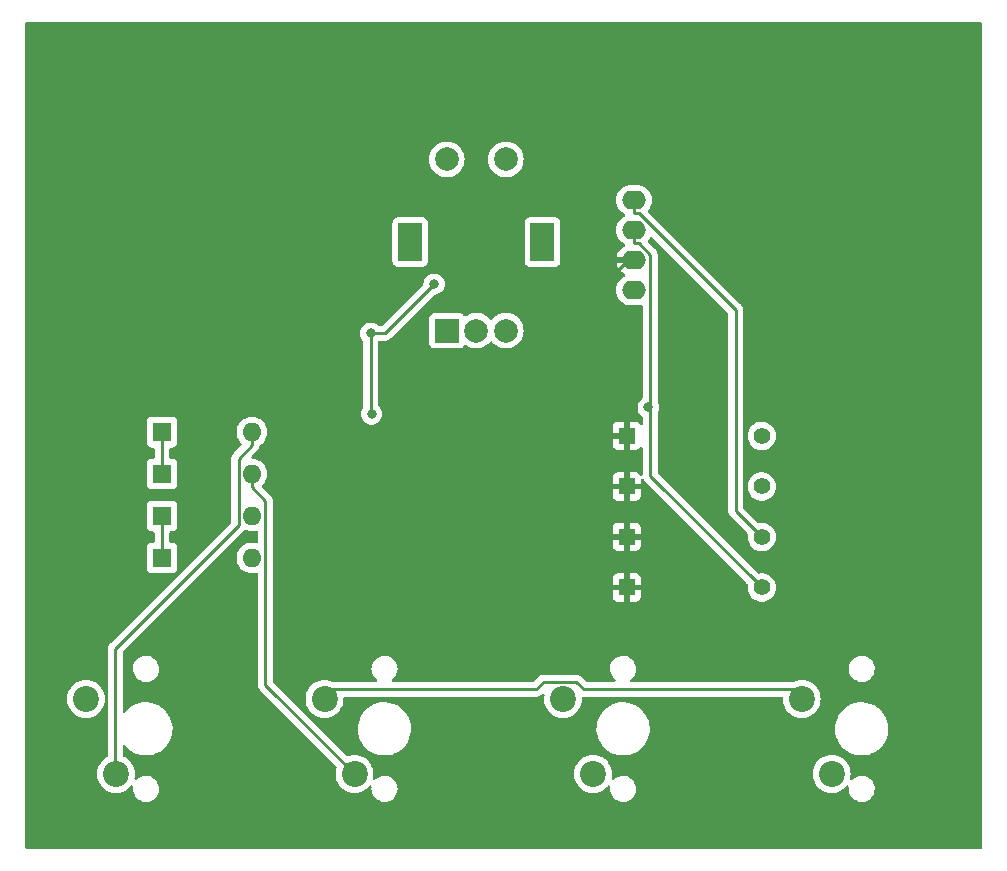
<source format=gbr>
%TF.GenerationSoftware,KiCad,Pcbnew,7.0.10*%
%TF.CreationDate,2024-10-20T20:49:14-04:00*%
%TF.ProjectId,Watch_Hackpad,57617463-685f-4486-9163-6b7061642e6b,rev?*%
%TF.SameCoordinates,Original*%
%TF.FileFunction,Copper,L2,Bot*%
%TF.FilePolarity,Positive*%
%FSLAX46Y46*%
G04 Gerber Fmt 4.6, Leading zero omitted, Abs format (unit mm)*
G04 Created by KiCad (PCBNEW 7.0.10) date 2024-10-20 20:49:14*
%MOMM*%
%LPD*%
G01*
G04 APERTURE LIST*
%TA.AperFunction,ComponentPad*%
%ADD10R,1.600000X1.600000*%
%TD*%
%TA.AperFunction,ComponentPad*%
%ADD11O,1.600000X1.600000*%
%TD*%
%TA.AperFunction,ComponentPad*%
%ADD12C,2.200000*%
%TD*%
%TA.AperFunction,ComponentPad*%
%ADD13O,2.000000X1.600000*%
%TD*%
%TA.AperFunction,ComponentPad*%
%ADD14R,2.000000X2.000000*%
%TD*%
%TA.AperFunction,ComponentPad*%
%ADD15C,2.000000*%
%TD*%
%TA.AperFunction,ComponentPad*%
%ADD16R,2.000000X3.200000*%
%TD*%
%TA.AperFunction,ComponentPad*%
%ADD17R,1.397000X1.397000*%
%TD*%
%TA.AperFunction,ComponentPad*%
%ADD18C,1.397000*%
%TD*%
%TA.AperFunction,ViaPad*%
%ADD19C,0.800000*%
%TD*%
%TA.AperFunction,Conductor*%
%ADD20C,0.250000*%
%TD*%
G04 APERTURE END LIST*
D10*
%TO.P,D6,1,K*%
%TO.N,ROW1*%
X165455000Y-79675000D03*
D11*
%TO.P,D6,2,A*%
%TO.N,Net-(D6-A)*%
X173075000Y-79675000D03*
%TD*%
D10*
%TO.P,D3,1,K*%
%TO.N,ROW0*%
X165455000Y-69025000D03*
D11*
%TO.P,D3,2,A*%
%TO.N,Net-(D3-A)*%
X173075000Y-69025000D03*
%TD*%
D12*
%TO.P,SW2,1,1*%
%TO.N,COL0*%
X159020000Y-91605000D03*
%TO.P,SW2,2,2*%
%TO.N,Net-(D3-A)*%
X161560000Y-97955000D03*
%TD*%
D13*
%TO.P,Brd1,1,GND*%
%TO.N,GND*%
X205425000Y-56995000D03*
%TO.P,Brd1,2,VCC*%
%TO.N,+5V*%
X205425000Y-54455000D03*
%TO.P,Brd1,3,SCL*%
%TO.N,SCL*%
X205425000Y-51915000D03*
%TO.P,Brd1,4,SDA*%
%TO.N,SDA*%
X205425000Y-49375000D03*
%TD*%
D10*
%TO.P,D4,1,K*%
%TO.N,ROW0*%
X165455000Y-72575000D03*
D11*
%TO.P,D4,2,A*%
%TO.N,Net-(D4-A)*%
X173075000Y-72575000D03*
%TD*%
D10*
%TO.P,D5,1,K*%
%TO.N,ROW1*%
X165455000Y-76125000D03*
D11*
%TO.P,D5,2,A*%
%TO.N,Net-(D5-A)*%
X173075000Y-76125000D03*
%TD*%
D14*
%TO.P,SW5,A,A*%
%TO.N,ENC_A*%
X189575000Y-60425000D03*
D15*
%TO.P,SW5,B,B*%
%TO.N,ENC_B*%
X194575000Y-60425000D03*
%TO.P,SW5,C,C*%
%TO.N,GND*%
X192075000Y-60425000D03*
D16*
%TO.P,SW5,MP*%
%TO.N,N/C*%
X186475000Y-52925000D03*
X197675000Y-52925000D03*
D15*
%TO.P,SW5,S1*%
X194575000Y-45925000D03*
%TO.P,SW5,S2*%
X189575000Y-45925000D03*
%TD*%
D12*
%TO.P,SW6,1,1*%
%TO.N,COL1*%
X219620000Y-91605000D03*
%TO.P,SW6,2,2*%
%TO.N,Net-(D6-A)*%
X222160000Y-97955000D03*
%TD*%
D17*
%TO.P,R7,1*%
%TO.N,+5V*%
X204810000Y-77900000D03*
D18*
%TO.P,R7,2*%
%TO.N,SDA*%
X216240000Y-77900000D03*
%TD*%
D17*
%TO.P,R8,1*%
%TO.N,+5V*%
X204810000Y-82176600D03*
D18*
%TO.P,R8,2*%
%TO.N,SCL*%
X216240000Y-82176600D03*
%TD*%
D17*
%TO.P,R5,1*%
%TO.N,+5V*%
X204810000Y-69346800D03*
D18*
%TO.P,R5,2*%
%TO.N,ENC_A*%
X216240000Y-69346800D03*
%TD*%
D17*
%TO.P,R6,1*%
%TO.N,+5V*%
X204810000Y-73623400D03*
D18*
%TO.P,R6,2*%
%TO.N,ENC_B*%
X216240000Y-73623400D03*
%TD*%
D12*
%TO.P,SW4,1,1*%
%TO.N,COL0*%
X199420000Y-91605000D03*
%TO.P,SW4,2,2*%
%TO.N,Net-(D5-A)*%
X201960000Y-97955000D03*
%TD*%
%TO.P,SW3,1,1*%
%TO.N,COL1*%
X179220000Y-91605000D03*
%TO.P,SW3,2,2*%
%TO.N,Net-(D4-A)*%
X181760000Y-97955000D03*
%TD*%
D19*
%TO.N,SCL*%
X206626300Y-66934200D03*
%TO.N,GND*%
X183200000Y-67500000D03*
X183133114Y-60658687D03*
X188500000Y-56500000D03*
%TO.N,+5V*%
X191421000Y-64356800D03*
X191333500Y-38712500D03*
X162196700Y-56710000D03*
X162976700Y-42900000D03*
%TD*%
D20*
%TO.N,SCL*%
X205841900Y-53041900D02*
X205425000Y-53041900D01*
X205425000Y-51915000D02*
X205425000Y-53041900D01*
X206786700Y-66934200D02*
X206786700Y-53986700D01*
X206786700Y-72723300D02*
X206786700Y-66934200D01*
X216240000Y-82176600D02*
X206786700Y-72723300D01*
X206786700Y-66934200D02*
X206626300Y-66934200D01*
X206786700Y-53986700D02*
X205841900Y-53041900D01*
%TO.N,SDA*%
X205847600Y-50501900D02*
X214020200Y-58674500D01*
X205425000Y-49375000D02*
X205425000Y-50501900D01*
X214020200Y-75680200D02*
X216240000Y-77900000D01*
X214020200Y-58674500D02*
X214020200Y-75680200D01*
X205425000Y-50501900D02*
X205847600Y-50501900D01*
%TO.N,GND*%
X184341313Y-60658687D02*
X183133114Y-60658687D01*
X188500000Y-56500000D02*
X184341313Y-60658687D01*
X183133114Y-67433114D02*
X183200000Y-67500000D01*
X183133114Y-60658687D02*
X183133114Y-67433114D01*
%TO.N,+5V*%
X205425000Y-54455000D02*
X204945000Y-54455000D01*
X204945000Y-54455000D02*
X202800000Y-56600000D01*
%TO.N,ROW0*%
X165455000Y-69025000D02*
X165455000Y-72575000D01*
%TO.N,Net-(D3-A)*%
X161499600Y-87369300D02*
X161499600Y-97894600D01*
X173075000Y-70151900D02*
X171948100Y-71278800D01*
X171948100Y-71278800D02*
X171948100Y-76920800D01*
X161499600Y-97894600D02*
X161560000Y-97955000D01*
X173075000Y-69025000D02*
X173075000Y-70151900D01*
X171948100Y-76920800D02*
X161499600Y-87369300D01*
%TO.N,Net-(D4-A)*%
X174201900Y-74828800D02*
X173075000Y-73701900D01*
X174201900Y-90396900D02*
X174201900Y-74828800D01*
X181760000Y-97955000D02*
X174201900Y-90396900D01*
X173075000Y-72575000D02*
X173075000Y-73701900D01*
%TO.N,ROW1*%
X165455000Y-76125000D02*
X165455000Y-79675000D01*
%TO.N,COL1*%
X200527100Y-90172100D02*
X201146800Y-90791800D01*
X197149300Y-90791900D02*
X197769100Y-90172100D01*
X218806800Y-90791800D02*
X219620000Y-91605000D01*
X180033100Y-90791900D02*
X197149300Y-90791900D01*
X197769100Y-90172100D02*
X200527100Y-90172100D01*
X179220000Y-91605000D02*
X180033100Y-90791900D01*
X201146800Y-90791800D02*
X218806800Y-90791800D01*
%TD*%
%TA.AperFunction,Conductor*%
%TO.N,+5V*%
G36*
X234842539Y-34320185D02*
G01*
X234888294Y-34372989D01*
X234899500Y-34424500D01*
X234899500Y-104175500D01*
X234879815Y-104242539D01*
X234827011Y-104288294D01*
X234775500Y-104299500D01*
X154024500Y-104299500D01*
X153957461Y-104279815D01*
X153911706Y-104227011D01*
X153900500Y-104175500D01*
X153900500Y-97955000D01*
X159954551Y-97955000D01*
X159974317Y-98206151D01*
X160033126Y-98451110D01*
X160129533Y-98683859D01*
X160261160Y-98898653D01*
X160261161Y-98898656D01*
X160261164Y-98898659D01*
X160424776Y-99090224D01*
X160573066Y-99216875D01*
X160616343Y-99253838D01*
X160616346Y-99253839D01*
X160831140Y-99385466D01*
X161063889Y-99481873D01*
X161308852Y-99540683D01*
X161560000Y-99560449D01*
X161811148Y-99540683D01*
X162056111Y-99481873D01*
X162288859Y-99385466D01*
X162503659Y-99253836D01*
X162695224Y-99090224D01*
X162792853Y-98975914D01*
X162851358Y-98937722D01*
X162921226Y-98937223D01*
X162980273Y-98974577D01*
X163009751Y-99037924D01*
X163009880Y-99074093D01*
X162995746Y-99172398D01*
X163005745Y-99382327D01*
X163055296Y-99586578D01*
X163055298Y-99586582D01*
X163142598Y-99777743D01*
X163142601Y-99777748D01*
X163142602Y-99777750D01*
X163142604Y-99777753D01*
X163205627Y-99866256D01*
X163264515Y-99948953D01*
X163264520Y-99948959D01*
X163416620Y-100093985D01*
X163511578Y-100155011D01*
X163593428Y-100207613D01*
X163788543Y-100285725D01*
X163891729Y-100305612D01*
X163994914Y-100325500D01*
X163994915Y-100325500D01*
X164152419Y-100325500D01*
X164152425Y-100325500D01*
X164309218Y-100310528D01*
X164510875Y-100251316D01*
X164697682Y-100155011D01*
X164862886Y-100025092D01*
X165000519Y-99866256D01*
X165105604Y-99684244D01*
X165174344Y-99485633D01*
X165204254Y-99277602D01*
X165194254Y-99067670D01*
X165144704Y-98863424D01*
X165144701Y-98863417D01*
X165057401Y-98672256D01*
X165057398Y-98672251D01*
X165057397Y-98672250D01*
X165057396Y-98672247D01*
X164935486Y-98501048D01*
X164935484Y-98501046D01*
X164935479Y-98501040D01*
X164783379Y-98356014D01*
X164606574Y-98242388D01*
X164411455Y-98164274D01*
X164205086Y-98124500D01*
X164205085Y-98124500D01*
X164047575Y-98124500D01*
X163890782Y-98139472D01*
X163890778Y-98139473D01*
X163689127Y-98198683D01*
X163502313Y-98294991D01*
X163337116Y-98424905D01*
X163337107Y-98424913D01*
X163332657Y-98430050D01*
X163273877Y-98467822D01*
X163204007Y-98467818D01*
X163145231Y-98430041D01*
X163116209Y-98366484D01*
X163118373Y-98319899D01*
X163145683Y-98206148D01*
X163165449Y-97955000D01*
X163145683Y-97703852D01*
X163086873Y-97458889D01*
X163074061Y-97427957D01*
X162990466Y-97226140D01*
X162858839Y-97011346D01*
X162858838Y-97011343D01*
X162821875Y-96968066D01*
X162695224Y-96819776D01*
X162568571Y-96711604D01*
X162503656Y-96656161D01*
X162503653Y-96656160D01*
X162288858Y-96524533D01*
X162288859Y-96524533D01*
X162201647Y-96488409D01*
X162147244Y-96444568D01*
X162125179Y-96378274D01*
X162125100Y-96373848D01*
X162125100Y-95635941D01*
X162144785Y-95568902D01*
X162197589Y-95523147D01*
X162266747Y-95513203D01*
X162330303Y-95542228D01*
X162348925Y-95562383D01*
X162377554Y-95601238D01*
X162377561Y-95601245D01*
X162587019Y-95817823D01*
X162823478Y-96004553D01*
X162823480Y-96004554D01*
X162823485Y-96004558D01*
X163082730Y-96158109D01*
X163360128Y-96275736D01*
X163650729Y-96355340D01*
X163949347Y-96395500D01*
X163949351Y-96395500D01*
X164175252Y-96395500D01*
X164339164Y-96384526D01*
X164400634Y-96380412D01*
X164695903Y-96320396D01*
X164980537Y-96221560D01*
X165249459Y-96085668D01*
X165497869Y-95915144D01*
X165721333Y-95713032D01*
X165915865Y-95482939D01*
X166077993Y-95228970D01*
X166204823Y-94955658D01*
X166294093Y-94667879D01*
X166344209Y-94370770D01*
X166354277Y-94069631D01*
X166324118Y-93769838D01*
X166254269Y-93476739D01*
X166145977Y-93195566D01*
X166001175Y-92931335D01*
X165822446Y-92688762D01*
X165612980Y-92472176D01*
X165489742Y-92374856D01*
X165376521Y-92285446D01*
X165376517Y-92285443D01*
X165376515Y-92285442D01*
X165117270Y-92131891D01*
X164839872Y-92014264D01*
X164839863Y-92014261D01*
X164549272Y-91934660D01*
X164474616Y-91924620D01*
X164250653Y-91894500D01*
X164024756Y-91894500D01*
X164024748Y-91894500D01*
X163799368Y-91909587D01*
X163799359Y-91909589D01*
X163504094Y-91969604D01*
X163219464Y-92068439D01*
X163219459Y-92068441D01*
X162950546Y-92204328D01*
X162702125Y-92374860D01*
X162478665Y-92576969D01*
X162411477Y-92656440D01*
X162343791Y-92736498D01*
X162285478Y-92774984D01*
X162215614Y-92775833D01*
X162156381Y-92738776D01*
X162126586Y-92675577D01*
X162125100Y-92656440D01*
X162125100Y-89012401D01*
X162995746Y-89012401D01*
X163005745Y-89222327D01*
X163055296Y-89426578D01*
X163055298Y-89426582D01*
X163142598Y-89617743D01*
X163142601Y-89617748D01*
X163142602Y-89617750D01*
X163142604Y-89617753D01*
X163264514Y-89788952D01*
X163264515Y-89788953D01*
X163264520Y-89788959D01*
X163416620Y-89933985D01*
X163549399Y-90019317D01*
X163593428Y-90047613D01*
X163788543Y-90125725D01*
X163851241Y-90137809D01*
X163994914Y-90165500D01*
X163994915Y-90165500D01*
X164152419Y-90165500D01*
X164152425Y-90165500D01*
X164309218Y-90150528D01*
X164510875Y-90091316D01*
X164697682Y-89995011D01*
X164862886Y-89865092D01*
X165000519Y-89706256D01*
X165004411Y-89699516D01*
X165086426Y-89557461D01*
X165105604Y-89524244D01*
X165174344Y-89325633D01*
X165204254Y-89117602D01*
X165194254Y-88907670D01*
X165144704Y-88703424D01*
X165144701Y-88703417D01*
X165057401Y-88512256D01*
X165057398Y-88512251D01*
X165057397Y-88512250D01*
X165057396Y-88512247D01*
X164935486Y-88341048D01*
X164935484Y-88341046D01*
X164935479Y-88341040D01*
X164783379Y-88196014D01*
X164606574Y-88082388D01*
X164411455Y-88004274D01*
X164205086Y-87964500D01*
X164205085Y-87964500D01*
X164047575Y-87964500D01*
X163890782Y-87979472D01*
X163890778Y-87979473D01*
X163689127Y-88038683D01*
X163502313Y-88134991D01*
X163337116Y-88264905D01*
X163337112Y-88264909D01*
X163199478Y-88423746D01*
X163094398Y-88605750D01*
X163025656Y-88804365D01*
X163025656Y-88804367D01*
X163010804Y-88907670D01*
X162995746Y-89012401D01*
X162125100Y-89012401D01*
X162125100Y-87679752D01*
X162144785Y-87612713D01*
X162161419Y-87592071D01*
X167205478Y-82548012D01*
X172331888Y-77421601D01*
X172344142Y-77411786D01*
X172343959Y-77411564D01*
X172349968Y-77406591D01*
X172349977Y-77406586D01*
X172396049Y-77357522D01*
X172398663Y-77354826D01*
X172412471Y-77341019D01*
X172473794Y-77307537D01*
X172543486Y-77312524D01*
X172552553Y-77316322D01*
X172628504Y-77351739D01*
X172848308Y-77410635D01*
X173010230Y-77424801D01*
X173074998Y-77430468D01*
X173075000Y-77430468D01*
X173075002Y-77430468D01*
X173131807Y-77425498D01*
X173301692Y-77410635D01*
X173420308Y-77378852D01*
X173490156Y-77380515D01*
X173548019Y-77419677D01*
X173575523Y-77483906D01*
X173576400Y-77498627D01*
X173576400Y-78301372D01*
X173556715Y-78368411D01*
X173503911Y-78414166D01*
X173434753Y-78424110D01*
X173420307Y-78421147D01*
X173301697Y-78389366D01*
X173301693Y-78389365D01*
X173301692Y-78389365D01*
X173301691Y-78389364D01*
X173301686Y-78389364D01*
X173075002Y-78369532D01*
X173074998Y-78369532D01*
X172848313Y-78389364D01*
X172848302Y-78389366D01*
X172628511Y-78448258D01*
X172628502Y-78448261D01*
X172422267Y-78544431D01*
X172422265Y-78544432D01*
X172235858Y-78674954D01*
X172074954Y-78835858D01*
X171944432Y-79022265D01*
X171944431Y-79022267D01*
X171848261Y-79228502D01*
X171848258Y-79228511D01*
X171789366Y-79448302D01*
X171789364Y-79448313D01*
X171769532Y-79674998D01*
X171769532Y-79675001D01*
X171789364Y-79901686D01*
X171789366Y-79901697D01*
X171848258Y-80121488D01*
X171848261Y-80121497D01*
X171944431Y-80327732D01*
X171944432Y-80327734D01*
X172074954Y-80514141D01*
X172235858Y-80675045D01*
X172235861Y-80675047D01*
X172422266Y-80805568D01*
X172628504Y-80901739D01*
X172848308Y-80960635D01*
X173010230Y-80974801D01*
X173074998Y-80980468D01*
X173075000Y-80980468D01*
X173075002Y-80980468D01*
X173131807Y-80975498D01*
X173301692Y-80960635D01*
X173420308Y-80928852D01*
X173490156Y-80930515D01*
X173548019Y-80969677D01*
X173575523Y-81033906D01*
X173576400Y-81048627D01*
X173576400Y-90314155D01*
X173574675Y-90329772D01*
X173574961Y-90329799D01*
X173574226Y-90337565D01*
X173576339Y-90404772D01*
X173576400Y-90408667D01*
X173576400Y-90436257D01*
X173576903Y-90440235D01*
X173577818Y-90451867D01*
X173579190Y-90495524D01*
X173579191Y-90495527D01*
X173584780Y-90514767D01*
X173588724Y-90533811D01*
X173591236Y-90553692D01*
X173607314Y-90594303D01*
X173611097Y-90605352D01*
X173623282Y-90647290D01*
X173631594Y-90661346D01*
X173633480Y-90664534D01*
X173642038Y-90682003D01*
X173649414Y-90700632D01*
X173675081Y-90735960D01*
X173681493Y-90745721D01*
X173703728Y-90783317D01*
X173703733Y-90783324D01*
X173717890Y-90797480D01*
X173730528Y-90812276D01*
X173742305Y-90828486D01*
X173742306Y-90828487D01*
X173775957Y-90856325D01*
X173784598Y-90864188D01*
X180217352Y-97296942D01*
X180250837Y-97358265D01*
X180245853Y-97427957D01*
X180244233Y-97432072D01*
X180233129Y-97458881D01*
X180233127Y-97458887D01*
X180174317Y-97703848D01*
X180154551Y-97955000D01*
X180174317Y-98206151D01*
X180233126Y-98451110D01*
X180329533Y-98683859D01*
X180461160Y-98898653D01*
X180461161Y-98898656D01*
X180461164Y-98898659D01*
X180624776Y-99090224D01*
X180773066Y-99216875D01*
X180816343Y-99253838D01*
X180816346Y-99253839D01*
X181031140Y-99385466D01*
X181263889Y-99481873D01*
X181508852Y-99540683D01*
X181760000Y-99560449D01*
X182011148Y-99540683D01*
X182256111Y-99481873D01*
X182488859Y-99385466D01*
X182703659Y-99253836D01*
X182895224Y-99090224D01*
X182992853Y-98975914D01*
X183051358Y-98937722D01*
X183121226Y-98937223D01*
X183180273Y-98974577D01*
X183209751Y-99037924D01*
X183209880Y-99074093D01*
X183195746Y-99172398D01*
X183205745Y-99382327D01*
X183255296Y-99586578D01*
X183255298Y-99586582D01*
X183342598Y-99777743D01*
X183342601Y-99777748D01*
X183342602Y-99777750D01*
X183342604Y-99777753D01*
X183405627Y-99866256D01*
X183464515Y-99948953D01*
X183464520Y-99948959D01*
X183616620Y-100093985D01*
X183711578Y-100155011D01*
X183793428Y-100207613D01*
X183988543Y-100285725D01*
X184091729Y-100305612D01*
X184194914Y-100325500D01*
X184194915Y-100325500D01*
X184352419Y-100325500D01*
X184352425Y-100325500D01*
X184509218Y-100310528D01*
X184710875Y-100251316D01*
X184897682Y-100155011D01*
X185062886Y-100025092D01*
X185200519Y-99866256D01*
X185305604Y-99684244D01*
X185374344Y-99485633D01*
X185404254Y-99277602D01*
X185394254Y-99067670D01*
X185344704Y-98863424D01*
X185344701Y-98863417D01*
X185257401Y-98672256D01*
X185257398Y-98672251D01*
X185257397Y-98672250D01*
X185257396Y-98672247D01*
X185135486Y-98501048D01*
X185135484Y-98501046D01*
X185135479Y-98501040D01*
X184983379Y-98356014D01*
X184806574Y-98242388D01*
X184611455Y-98164274D01*
X184405086Y-98124500D01*
X184405085Y-98124500D01*
X184247575Y-98124500D01*
X184090782Y-98139472D01*
X184090778Y-98139473D01*
X183889127Y-98198683D01*
X183702313Y-98294991D01*
X183537116Y-98424905D01*
X183537107Y-98424913D01*
X183532657Y-98430050D01*
X183473877Y-98467822D01*
X183404007Y-98467818D01*
X183345231Y-98430041D01*
X183316209Y-98366484D01*
X183318373Y-98319899D01*
X183345683Y-98206148D01*
X183365449Y-97955000D01*
X200354551Y-97955000D01*
X200374317Y-98206151D01*
X200433126Y-98451110D01*
X200529533Y-98683859D01*
X200661160Y-98898653D01*
X200661161Y-98898656D01*
X200661164Y-98898659D01*
X200824776Y-99090224D01*
X200973066Y-99216875D01*
X201016343Y-99253838D01*
X201016346Y-99253839D01*
X201231140Y-99385466D01*
X201463889Y-99481873D01*
X201708852Y-99540683D01*
X201960000Y-99560449D01*
X202211148Y-99540683D01*
X202456111Y-99481873D01*
X202688859Y-99385466D01*
X202903659Y-99253836D01*
X203095224Y-99090224D01*
X203192853Y-98975914D01*
X203251358Y-98937722D01*
X203321226Y-98937223D01*
X203380273Y-98974577D01*
X203409751Y-99037924D01*
X203409880Y-99074093D01*
X203395746Y-99172398D01*
X203405745Y-99382327D01*
X203455296Y-99586578D01*
X203455298Y-99586582D01*
X203542598Y-99777743D01*
X203542601Y-99777748D01*
X203542602Y-99777750D01*
X203542604Y-99777753D01*
X203605627Y-99866256D01*
X203664515Y-99948953D01*
X203664520Y-99948959D01*
X203816620Y-100093985D01*
X203911578Y-100155011D01*
X203993428Y-100207613D01*
X204188543Y-100285725D01*
X204291729Y-100305612D01*
X204394914Y-100325500D01*
X204394915Y-100325500D01*
X204552419Y-100325500D01*
X204552425Y-100325500D01*
X204709218Y-100310528D01*
X204910875Y-100251316D01*
X205097682Y-100155011D01*
X205262886Y-100025092D01*
X205400519Y-99866256D01*
X205505604Y-99684244D01*
X205574344Y-99485633D01*
X205604254Y-99277602D01*
X205594254Y-99067670D01*
X205544704Y-98863424D01*
X205544701Y-98863417D01*
X205457401Y-98672256D01*
X205457398Y-98672251D01*
X205457397Y-98672250D01*
X205457396Y-98672247D01*
X205335486Y-98501048D01*
X205335484Y-98501046D01*
X205335479Y-98501040D01*
X205183379Y-98356014D01*
X205006574Y-98242388D01*
X204811455Y-98164274D01*
X204605086Y-98124500D01*
X204605085Y-98124500D01*
X204447575Y-98124500D01*
X204290782Y-98139472D01*
X204290778Y-98139473D01*
X204089127Y-98198683D01*
X203902313Y-98294991D01*
X203737116Y-98424905D01*
X203737107Y-98424913D01*
X203732657Y-98430050D01*
X203673877Y-98467822D01*
X203604007Y-98467818D01*
X203545231Y-98430041D01*
X203516209Y-98366484D01*
X203518373Y-98319899D01*
X203545683Y-98206148D01*
X203565449Y-97955000D01*
X220554551Y-97955000D01*
X220574317Y-98206151D01*
X220633126Y-98451110D01*
X220729533Y-98683859D01*
X220861160Y-98898653D01*
X220861161Y-98898656D01*
X220861164Y-98898659D01*
X221024776Y-99090224D01*
X221173066Y-99216875D01*
X221216343Y-99253838D01*
X221216346Y-99253839D01*
X221431140Y-99385466D01*
X221663889Y-99481873D01*
X221908852Y-99540683D01*
X222160000Y-99560449D01*
X222411148Y-99540683D01*
X222656111Y-99481873D01*
X222888859Y-99385466D01*
X223103659Y-99253836D01*
X223295224Y-99090224D01*
X223392853Y-98975914D01*
X223451358Y-98937722D01*
X223521226Y-98937223D01*
X223580273Y-98974577D01*
X223609751Y-99037924D01*
X223609880Y-99074093D01*
X223595746Y-99172398D01*
X223605745Y-99382327D01*
X223655296Y-99586578D01*
X223655298Y-99586582D01*
X223742598Y-99777743D01*
X223742601Y-99777748D01*
X223742602Y-99777750D01*
X223742604Y-99777753D01*
X223805627Y-99866256D01*
X223864515Y-99948953D01*
X223864520Y-99948959D01*
X224016620Y-100093985D01*
X224111578Y-100155011D01*
X224193428Y-100207613D01*
X224388543Y-100285725D01*
X224491729Y-100305612D01*
X224594914Y-100325500D01*
X224594915Y-100325500D01*
X224752419Y-100325500D01*
X224752425Y-100325500D01*
X224909218Y-100310528D01*
X225110875Y-100251316D01*
X225297682Y-100155011D01*
X225462886Y-100025092D01*
X225600519Y-99866256D01*
X225705604Y-99684244D01*
X225774344Y-99485633D01*
X225804254Y-99277602D01*
X225794254Y-99067670D01*
X225744704Y-98863424D01*
X225744701Y-98863417D01*
X225657401Y-98672256D01*
X225657398Y-98672251D01*
X225657397Y-98672250D01*
X225657396Y-98672247D01*
X225535486Y-98501048D01*
X225535484Y-98501046D01*
X225535479Y-98501040D01*
X225383379Y-98356014D01*
X225206574Y-98242388D01*
X225011455Y-98164274D01*
X224805086Y-98124500D01*
X224805085Y-98124500D01*
X224647575Y-98124500D01*
X224490782Y-98139472D01*
X224490778Y-98139473D01*
X224289127Y-98198683D01*
X224102313Y-98294991D01*
X223937116Y-98424905D01*
X223937107Y-98424913D01*
X223932657Y-98430050D01*
X223873877Y-98467822D01*
X223804007Y-98467818D01*
X223745231Y-98430041D01*
X223716209Y-98366484D01*
X223718373Y-98319899D01*
X223745683Y-98206148D01*
X223765449Y-97955000D01*
X223745683Y-97703852D01*
X223686873Y-97458889D01*
X223674061Y-97427957D01*
X223590466Y-97226140D01*
X223458839Y-97011346D01*
X223458838Y-97011343D01*
X223421875Y-96968066D01*
X223295224Y-96819776D01*
X223168571Y-96711604D01*
X223103656Y-96656161D01*
X223103653Y-96656160D01*
X222888859Y-96524533D01*
X222656110Y-96428126D01*
X222411151Y-96369317D01*
X222160000Y-96349551D01*
X221908848Y-96369317D01*
X221663889Y-96428126D01*
X221431140Y-96524533D01*
X221216346Y-96656160D01*
X221216343Y-96656161D01*
X221024776Y-96819776D01*
X220861161Y-97011343D01*
X220861160Y-97011346D01*
X220729533Y-97226140D01*
X220633126Y-97458889D01*
X220574317Y-97703848D01*
X220554551Y-97955000D01*
X203565449Y-97955000D01*
X203545683Y-97703852D01*
X203486873Y-97458889D01*
X203474061Y-97427957D01*
X203390466Y-97226140D01*
X203258839Y-97011346D01*
X203258838Y-97011343D01*
X203221875Y-96968066D01*
X203095224Y-96819776D01*
X202968571Y-96711604D01*
X202903656Y-96656161D01*
X202903653Y-96656160D01*
X202688859Y-96524533D01*
X202456110Y-96428126D01*
X202211151Y-96369317D01*
X201960000Y-96349551D01*
X201708848Y-96369317D01*
X201463889Y-96428126D01*
X201231140Y-96524533D01*
X201016346Y-96656160D01*
X201016343Y-96656161D01*
X200824776Y-96819776D01*
X200661161Y-97011343D01*
X200661160Y-97011346D01*
X200529533Y-97226140D01*
X200433126Y-97458889D01*
X200374317Y-97703848D01*
X200354551Y-97955000D01*
X183365449Y-97955000D01*
X183345683Y-97703852D01*
X183286873Y-97458889D01*
X183274061Y-97427957D01*
X183190466Y-97226140D01*
X183058839Y-97011346D01*
X183058838Y-97011343D01*
X183021875Y-96968066D01*
X182895224Y-96819776D01*
X182768571Y-96711604D01*
X182703656Y-96656161D01*
X182703653Y-96656160D01*
X182488859Y-96524533D01*
X182256110Y-96428126D01*
X182011151Y-96369317D01*
X181760000Y-96349551D01*
X181508848Y-96369317D01*
X181263887Y-96428127D01*
X181263881Y-96428129D01*
X181237072Y-96439233D01*
X181167603Y-96446700D01*
X181105124Y-96415423D01*
X181101942Y-96412352D01*
X178909963Y-94220373D01*
X182045723Y-94220373D01*
X182075881Y-94520160D01*
X182075882Y-94520162D01*
X182145728Y-94813252D01*
X182145733Y-94813266D01*
X182254020Y-95094427D01*
X182254024Y-95094436D01*
X182398825Y-95358665D01*
X182398829Y-95358671D01*
X182512689Y-95513203D01*
X182577554Y-95601238D01*
X182577561Y-95601245D01*
X182787019Y-95817823D01*
X183023478Y-96004553D01*
X183023480Y-96004554D01*
X183023485Y-96004558D01*
X183282730Y-96158109D01*
X183560128Y-96275736D01*
X183850729Y-96355340D01*
X184149347Y-96395500D01*
X184149351Y-96395500D01*
X184375252Y-96395500D01*
X184539164Y-96384526D01*
X184600634Y-96380412D01*
X184895903Y-96320396D01*
X185180537Y-96221560D01*
X185449459Y-96085668D01*
X185697869Y-95915144D01*
X185921333Y-95713032D01*
X186115865Y-95482939D01*
X186277993Y-95228970D01*
X186404823Y-94955658D01*
X186494093Y-94667879D01*
X186544209Y-94370770D01*
X186549237Y-94220373D01*
X202245723Y-94220373D01*
X202275881Y-94520160D01*
X202275882Y-94520162D01*
X202345728Y-94813252D01*
X202345733Y-94813266D01*
X202454020Y-95094427D01*
X202454024Y-95094436D01*
X202598825Y-95358665D01*
X202598829Y-95358671D01*
X202712689Y-95513203D01*
X202777554Y-95601238D01*
X202777561Y-95601245D01*
X202987019Y-95817823D01*
X203223478Y-96004553D01*
X203223480Y-96004554D01*
X203223485Y-96004558D01*
X203482730Y-96158109D01*
X203760128Y-96275736D01*
X204050729Y-96355340D01*
X204349347Y-96395500D01*
X204349351Y-96395500D01*
X204575252Y-96395500D01*
X204739164Y-96384526D01*
X204800634Y-96380412D01*
X205095903Y-96320396D01*
X205380537Y-96221560D01*
X205649459Y-96085668D01*
X205897869Y-95915144D01*
X206121333Y-95713032D01*
X206315865Y-95482939D01*
X206477993Y-95228970D01*
X206604823Y-94955658D01*
X206694093Y-94667879D01*
X206744209Y-94370770D01*
X206749237Y-94220373D01*
X222445723Y-94220373D01*
X222475881Y-94520160D01*
X222475882Y-94520162D01*
X222545728Y-94813252D01*
X222545733Y-94813266D01*
X222654020Y-95094427D01*
X222654024Y-95094436D01*
X222798825Y-95358665D01*
X222798829Y-95358671D01*
X222912689Y-95513203D01*
X222977554Y-95601238D01*
X222977561Y-95601245D01*
X223187019Y-95817823D01*
X223423478Y-96004553D01*
X223423480Y-96004554D01*
X223423485Y-96004558D01*
X223682730Y-96158109D01*
X223960128Y-96275736D01*
X224250729Y-96355340D01*
X224549347Y-96395500D01*
X224549351Y-96395500D01*
X224775252Y-96395500D01*
X224939164Y-96384526D01*
X225000634Y-96380412D01*
X225295903Y-96320396D01*
X225580537Y-96221560D01*
X225849459Y-96085668D01*
X226097869Y-95915144D01*
X226321333Y-95713032D01*
X226515865Y-95482939D01*
X226677993Y-95228970D01*
X226804823Y-94955658D01*
X226894093Y-94667879D01*
X226944209Y-94370770D01*
X226954277Y-94069631D01*
X226924118Y-93769838D01*
X226854269Y-93476739D01*
X226745977Y-93195566D01*
X226601175Y-92931335D01*
X226422446Y-92688762D01*
X226212980Y-92472176D01*
X226089742Y-92374856D01*
X225976521Y-92285446D01*
X225976517Y-92285443D01*
X225976515Y-92285442D01*
X225717270Y-92131891D01*
X225439872Y-92014264D01*
X225439863Y-92014261D01*
X225149272Y-91934660D01*
X225074616Y-91924620D01*
X224850653Y-91894500D01*
X224624756Y-91894500D01*
X224624748Y-91894500D01*
X224399368Y-91909587D01*
X224399359Y-91909589D01*
X224104094Y-91969604D01*
X223819464Y-92068439D01*
X223819459Y-92068441D01*
X223550546Y-92204328D01*
X223302125Y-92374860D01*
X223078665Y-92576969D01*
X222884132Y-92807064D01*
X222722006Y-93061030D01*
X222722005Y-93061032D01*
X222652669Y-93210449D01*
X222595177Y-93334342D01*
X222595176Y-93334346D01*
X222505907Y-93622118D01*
X222455791Y-93919230D01*
X222445723Y-94220373D01*
X206749237Y-94220373D01*
X206754277Y-94069631D01*
X206724118Y-93769838D01*
X206654269Y-93476739D01*
X206545977Y-93195566D01*
X206401175Y-92931335D01*
X206222446Y-92688762D01*
X206012980Y-92472176D01*
X205889742Y-92374856D01*
X205776521Y-92285446D01*
X205776517Y-92285443D01*
X205776515Y-92285442D01*
X205517270Y-92131891D01*
X205239872Y-92014264D01*
X205239863Y-92014261D01*
X204949272Y-91934660D01*
X204874616Y-91924620D01*
X204650653Y-91894500D01*
X204424756Y-91894500D01*
X204424748Y-91894500D01*
X204199368Y-91909587D01*
X204199359Y-91909589D01*
X203904094Y-91969604D01*
X203619464Y-92068439D01*
X203619459Y-92068441D01*
X203350546Y-92204328D01*
X203102125Y-92374860D01*
X202878665Y-92576969D01*
X202684132Y-92807064D01*
X202522006Y-93061030D01*
X202522005Y-93061032D01*
X202452669Y-93210449D01*
X202395177Y-93334342D01*
X202395176Y-93334346D01*
X202305907Y-93622118D01*
X202255791Y-93919230D01*
X202245723Y-94220373D01*
X186549237Y-94220373D01*
X186554277Y-94069631D01*
X186524118Y-93769838D01*
X186454269Y-93476739D01*
X186345977Y-93195566D01*
X186201175Y-92931335D01*
X186022446Y-92688762D01*
X185812980Y-92472176D01*
X185689742Y-92374856D01*
X185576521Y-92285446D01*
X185576517Y-92285443D01*
X185576515Y-92285442D01*
X185317270Y-92131891D01*
X185039872Y-92014264D01*
X185039863Y-92014261D01*
X184749272Y-91934660D01*
X184674616Y-91924620D01*
X184450653Y-91894500D01*
X184224756Y-91894500D01*
X184224748Y-91894500D01*
X183999368Y-91909587D01*
X183999359Y-91909589D01*
X183704094Y-91969604D01*
X183419464Y-92068439D01*
X183419459Y-92068441D01*
X183150546Y-92204328D01*
X182902125Y-92374860D01*
X182678665Y-92576969D01*
X182484132Y-92807064D01*
X182322006Y-93061030D01*
X182322005Y-93061032D01*
X182252669Y-93210449D01*
X182195177Y-93334342D01*
X182195176Y-93334346D01*
X182105907Y-93622118D01*
X182055791Y-93919230D01*
X182045723Y-94220373D01*
X178909963Y-94220373D01*
X176294591Y-91605000D01*
X177614551Y-91605000D01*
X177634317Y-91856151D01*
X177693126Y-92101110D01*
X177789533Y-92333859D01*
X177921160Y-92548653D01*
X177921161Y-92548656D01*
X177921164Y-92548659D01*
X178084776Y-92740224D01*
X178163036Y-92807064D01*
X178276343Y-92903838D01*
X178276346Y-92903839D01*
X178491140Y-93035466D01*
X178723889Y-93131873D01*
X178968852Y-93190683D01*
X179220000Y-93210449D01*
X179471148Y-93190683D01*
X179716111Y-93131873D01*
X179948859Y-93035466D01*
X180163659Y-92903836D01*
X180355224Y-92740224D01*
X180518836Y-92548659D01*
X180650466Y-92333859D01*
X180746873Y-92101111D01*
X180805683Y-91856148D01*
X180825449Y-91605000D01*
X180821209Y-91551128D01*
X180835573Y-91482752D01*
X180884625Y-91432995D01*
X180944827Y-91417400D01*
X197066557Y-91417400D01*
X197082177Y-91419124D01*
X197082204Y-91418839D01*
X197089960Y-91419571D01*
X197089967Y-91419573D01*
X197157173Y-91417461D01*
X197161068Y-91417400D01*
X197188646Y-91417400D01*
X197188650Y-91417400D01*
X197192624Y-91416897D01*
X197204263Y-91415980D01*
X197247927Y-91414609D01*
X197267169Y-91409017D01*
X197286212Y-91405074D01*
X197306092Y-91402564D01*
X197346701Y-91386485D01*
X197357744Y-91382703D01*
X197399690Y-91370518D01*
X197416929Y-91360322D01*
X197434403Y-91351762D01*
X197453027Y-91344388D01*
X197453027Y-91344387D01*
X197453032Y-91344386D01*
X197488383Y-91318700D01*
X197498114Y-91312308D01*
X197535720Y-91290070D01*
X197549889Y-91275899D01*
X197564679Y-91263268D01*
X197580887Y-91251494D01*
X197608738Y-91217826D01*
X197616579Y-91209209D01*
X197637910Y-91187878D01*
X197699231Y-91154395D01*
X197768923Y-91159379D01*
X197824856Y-91201251D01*
X197849273Y-91266715D01*
X197846163Y-91304507D01*
X197834318Y-91353846D01*
X197834317Y-91353852D01*
X197818799Y-91551029D01*
X197814551Y-91605000D01*
X197834317Y-91856151D01*
X197893126Y-92101110D01*
X197989533Y-92333859D01*
X198121160Y-92548653D01*
X198121161Y-92548656D01*
X198121164Y-92548659D01*
X198284776Y-92740224D01*
X198363036Y-92807064D01*
X198476343Y-92903838D01*
X198476346Y-92903839D01*
X198691140Y-93035466D01*
X198923889Y-93131873D01*
X199168852Y-93190683D01*
X199420000Y-93210449D01*
X199671148Y-93190683D01*
X199916111Y-93131873D01*
X200148859Y-93035466D01*
X200363659Y-92903836D01*
X200555224Y-92740224D01*
X200718836Y-92548659D01*
X200850466Y-92333859D01*
X200946873Y-92101111D01*
X201005683Y-91856148D01*
X201025449Y-91605000D01*
X201021476Y-91554529D01*
X201035839Y-91486155D01*
X201084890Y-91436398D01*
X201133423Y-91421352D01*
X201170475Y-91417850D01*
X201182144Y-91417300D01*
X217895181Y-91417300D01*
X217962220Y-91436985D01*
X218007975Y-91489789D01*
X218018799Y-91551029D01*
X218014551Y-91604999D01*
X218034317Y-91856151D01*
X218093126Y-92101110D01*
X218189533Y-92333859D01*
X218321160Y-92548653D01*
X218321161Y-92548656D01*
X218321164Y-92548659D01*
X218484776Y-92740224D01*
X218563036Y-92807064D01*
X218676343Y-92903838D01*
X218676346Y-92903839D01*
X218891140Y-93035466D01*
X219123889Y-93131873D01*
X219368852Y-93190683D01*
X219620000Y-93210449D01*
X219871148Y-93190683D01*
X220116111Y-93131873D01*
X220348859Y-93035466D01*
X220563659Y-92903836D01*
X220755224Y-92740224D01*
X220918836Y-92548659D01*
X221050466Y-92333859D01*
X221146873Y-92101111D01*
X221205683Y-91856148D01*
X221225449Y-91605000D01*
X221205683Y-91353852D01*
X221146873Y-91108889D01*
X221050466Y-90876141D01*
X221050466Y-90876140D01*
X220918839Y-90661346D01*
X220918838Y-90661343D01*
X220826895Y-90553692D01*
X220755224Y-90469776D01*
X220591332Y-90329799D01*
X220563656Y-90306161D01*
X220563653Y-90306160D01*
X220348859Y-90174533D01*
X220116110Y-90078126D01*
X219871151Y-90019317D01*
X219620000Y-89999551D01*
X219368848Y-90019317D01*
X219123889Y-90078126D01*
X218979802Y-90137809D01*
X218933805Y-90156861D01*
X218886354Y-90166300D01*
X218865784Y-90166300D01*
X218846386Y-90164773D01*
X218838765Y-90163566D01*
X218826605Y-90161640D01*
X218826604Y-90161640D01*
X218783125Y-90165750D01*
X218771456Y-90166300D01*
X205238144Y-90166300D01*
X205171105Y-90146615D01*
X205125350Y-90093811D01*
X205115406Y-90024653D01*
X205144431Y-89961097D01*
X205161492Y-89944830D01*
X205262883Y-89865094D01*
X205262886Y-89865092D01*
X205400519Y-89706256D01*
X205404411Y-89699516D01*
X205486426Y-89557461D01*
X205505604Y-89524244D01*
X205574344Y-89325633D01*
X205604254Y-89117602D01*
X205599243Y-89012401D01*
X223595746Y-89012401D01*
X223605745Y-89222327D01*
X223655296Y-89426578D01*
X223655298Y-89426582D01*
X223742598Y-89617743D01*
X223742601Y-89617748D01*
X223742602Y-89617750D01*
X223742604Y-89617753D01*
X223864514Y-89788952D01*
X223864515Y-89788953D01*
X223864520Y-89788959D01*
X224016620Y-89933985D01*
X224149399Y-90019317D01*
X224193428Y-90047613D01*
X224388543Y-90125725D01*
X224451241Y-90137809D01*
X224594914Y-90165500D01*
X224594915Y-90165500D01*
X224752419Y-90165500D01*
X224752425Y-90165500D01*
X224909218Y-90150528D01*
X225110875Y-90091316D01*
X225297682Y-89995011D01*
X225462886Y-89865092D01*
X225600519Y-89706256D01*
X225604411Y-89699516D01*
X225686426Y-89557461D01*
X225705604Y-89524244D01*
X225774344Y-89325633D01*
X225804254Y-89117602D01*
X225794254Y-88907670D01*
X225744704Y-88703424D01*
X225744701Y-88703417D01*
X225657401Y-88512256D01*
X225657398Y-88512251D01*
X225657397Y-88512250D01*
X225657396Y-88512247D01*
X225535486Y-88341048D01*
X225535484Y-88341046D01*
X225535479Y-88341040D01*
X225383379Y-88196014D01*
X225206574Y-88082388D01*
X225011455Y-88004274D01*
X224805086Y-87964500D01*
X224805085Y-87964500D01*
X224647575Y-87964500D01*
X224490782Y-87979472D01*
X224490778Y-87979473D01*
X224289127Y-88038683D01*
X224102313Y-88134991D01*
X223937116Y-88264905D01*
X223937112Y-88264909D01*
X223799478Y-88423746D01*
X223694398Y-88605750D01*
X223625656Y-88804365D01*
X223625656Y-88804367D01*
X223610804Y-88907670D01*
X223595746Y-89012401D01*
X205599243Y-89012401D01*
X205594254Y-88907670D01*
X205544704Y-88703424D01*
X205544701Y-88703417D01*
X205457401Y-88512256D01*
X205457398Y-88512251D01*
X205457397Y-88512250D01*
X205457396Y-88512247D01*
X205335486Y-88341048D01*
X205335484Y-88341046D01*
X205335479Y-88341040D01*
X205183379Y-88196014D01*
X205006574Y-88082388D01*
X204811455Y-88004274D01*
X204605086Y-87964500D01*
X204605085Y-87964500D01*
X204447575Y-87964500D01*
X204290782Y-87979472D01*
X204290778Y-87979473D01*
X204089127Y-88038683D01*
X203902313Y-88134991D01*
X203737116Y-88264905D01*
X203737112Y-88264909D01*
X203599478Y-88423746D01*
X203494398Y-88605750D01*
X203425656Y-88804365D01*
X203425656Y-88804367D01*
X203410804Y-88907670D01*
X203395746Y-89012401D01*
X203405745Y-89222327D01*
X203455296Y-89426578D01*
X203455298Y-89426582D01*
X203542598Y-89617743D01*
X203542601Y-89617748D01*
X203542602Y-89617750D01*
X203542604Y-89617753D01*
X203664514Y-89788952D01*
X203664515Y-89788953D01*
X203664520Y-89788959D01*
X203816619Y-89933984D01*
X203822843Y-89937984D01*
X203868598Y-89990788D01*
X203878542Y-90059947D01*
X203849517Y-90123503D01*
X203790739Y-90161277D01*
X203755804Y-90166300D01*
X201457253Y-90166300D01*
X201390214Y-90146615D01*
X201369572Y-90129981D01*
X201027903Y-89788312D01*
X201018080Y-89776050D01*
X201017859Y-89776234D01*
X201012886Y-89770222D01*
X200963876Y-89724199D01*
X200961077Y-89721486D01*
X200941577Y-89701985D01*
X200941571Y-89701980D01*
X200938386Y-89699509D01*
X200929534Y-89691948D01*
X200897682Y-89662038D01*
X200897680Y-89662036D01*
X200897677Y-89662035D01*
X200880129Y-89652388D01*
X200863863Y-89641704D01*
X200848032Y-89629424D01*
X200807949Y-89612078D01*
X200797463Y-89606941D01*
X200759194Y-89585903D01*
X200759192Y-89585902D01*
X200739793Y-89580922D01*
X200721381Y-89574618D01*
X200702998Y-89566662D01*
X200702992Y-89566660D01*
X200659860Y-89559829D01*
X200648422Y-89557461D01*
X200606120Y-89546600D01*
X200606119Y-89546600D01*
X200586084Y-89546600D01*
X200566686Y-89545073D01*
X200559262Y-89543897D01*
X200546905Y-89541940D01*
X200546904Y-89541940D01*
X200503425Y-89546050D01*
X200491756Y-89546600D01*
X197851843Y-89546600D01*
X197836222Y-89544875D01*
X197836195Y-89545161D01*
X197828433Y-89544426D01*
X197761213Y-89546539D01*
X197757319Y-89546600D01*
X197729750Y-89546600D01*
X197725773Y-89547102D01*
X197714142Y-89548017D01*
X197670474Y-89549389D01*
X197670468Y-89549390D01*
X197651226Y-89554980D01*
X197632187Y-89558923D01*
X197612317Y-89561434D01*
X197612303Y-89561437D01*
X197571698Y-89577513D01*
X197560654Y-89581294D01*
X197518714Y-89593479D01*
X197518710Y-89593481D01*
X197501466Y-89603679D01*
X197484005Y-89612233D01*
X197465374Y-89619610D01*
X197465362Y-89619617D01*
X197430033Y-89645285D01*
X197420273Y-89651696D01*
X197382680Y-89673929D01*
X197368514Y-89688095D01*
X197353724Y-89700727D01*
X197337514Y-89712504D01*
X197337511Y-89712507D01*
X197309673Y-89746158D01*
X197301811Y-89754797D01*
X196926528Y-90130081D01*
X196865205Y-90163566D01*
X196838847Y-90166400D01*
X185038017Y-90166400D01*
X184970978Y-90146715D01*
X184925223Y-90093911D01*
X184915279Y-90024753D01*
X184944304Y-89961197D01*
X184961365Y-89944930D01*
X185062883Y-89865094D01*
X185062886Y-89865092D01*
X185200519Y-89706256D01*
X185204411Y-89699516D01*
X185286426Y-89557461D01*
X185305604Y-89524244D01*
X185374344Y-89325633D01*
X185404254Y-89117602D01*
X185394254Y-88907670D01*
X185344704Y-88703424D01*
X185344701Y-88703417D01*
X185257401Y-88512256D01*
X185257398Y-88512251D01*
X185257397Y-88512250D01*
X185257396Y-88512247D01*
X185135486Y-88341048D01*
X185135484Y-88341046D01*
X185135479Y-88341040D01*
X184983379Y-88196014D01*
X184806574Y-88082388D01*
X184611455Y-88004274D01*
X184405086Y-87964500D01*
X184405085Y-87964500D01*
X184247575Y-87964500D01*
X184090782Y-87979472D01*
X184090778Y-87979473D01*
X183889127Y-88038683D01*
X183702313Y-88134991D01*
X183537116Y-88264905D01*
X183537112Y-88264909D01*
X183399478Y-88423746D01*
X183294398Y-88605750D01*
X183225656Y-88804365D01*
X183225656Y-88804367D01*
X183210804Y-88907670D01*
X183195746Y-89012401D01*
X183205745Y-89222327D01*
X183255296Y-89426578D01*
X183255298Y-89426582D01*
X183342598Y-89617743D01*
X183342601Y-89617748D01*
X183342602Y-89617750D01*
X183342604Y-89617753D01*
X183464514Y-89788952D01*
X183464515Y-89788953D01*
X183464520Y-89788959D01*
X183616618Y-89933983D01*
X183616620Y-89933984D01*
X183616622Y-89933986D01*
X183622999Y-89938084D01*
X183668753Y-89990887D01*
X183678698Y-90060045D01*
X183649674Y-90123601D01*
X183590897Y-90161377D01*
X183555960Y-90166400D01*
X180115838Y-90166400D01*
X180100221Y-90164676D01*
X180100194Y-90164962D01*
X180092432Y-90164227D01*
X180025245Y-90166339D01*
X180021351Y-90166400D01*
X179993750Y-90166400D01*
X179990062Y-90166865D01*
X179989749Y-90166905D01*
X179978129Y-90167818D01*
X179962536Y-90168308D01*
X179911188Y-90158930D01*
X179716110Y-90078126D01*
X179471151Y-90019317D01*
X179220000Y-89999551D01*
X178968848Y-90019317D01*
X178723889Y-90078126D01*
X178491140Y-90174533D01*
X178276346Y-90306160D01*
X178276343Y-90306161D01*
X178084776Y-90469776D01*
X177921161Y-90661343D01*
X177921160Y-90661346D01*
X177789533Y-90876140D01*
X177693126Y-91108889D01*
X177634317Y-91353848D01*
X177614551Y-91605000D01*
X176294591Y-91605000D01*
X174863719Y-90174128D01*
X174830234Y-90112805D01*
X174827400Y-90086447D01*
X174827400Y-82922944D01*
X203611500Y-82922944D01*
X203617901Y-82982472D01*
X203617903Y-82982479D01*
X203668145Y-83117186D01*
X203668149Y-83117193D01*
X203754309Y-83232287D01*
X203754312Y-83232290D01*
X203869406Y-83318450D01*
X203869413Y-83318454D01*
X204004120Y-83368696D01*
X204004127Y-83368698D01*
X204063655Y-83375099D01*
X204063672Y-83375100D01*
X204560000Y-83375100D01*
X204560000Y-82544132D01*
X204614960Y-82581604D01*
X204743002Y-82621100D01*
X204843312Y-82621100D01*
X204942499Y-82606150D01*
X205060000Y-82549564D01*
X205060000Y-83375100D01*
X205556328Y-83375100D01*
X205556344Y-83375099D01*
X205615872Y-83368698D01*
X205615879Y-83368696D01*
X205750586Y-83318454D01*
X205750593Y-83318450D01*
X205865687Y-83232290D01*
X205865690Y-83232287D01*
X205951850Y-83117193D01*
X205951854Y-83117186D01*
X206002096Y-82982479D01*
X206002098Y-82982472D01*
X206008499Y-82922944D01*
X206008500Y-82922927D01*
X206008500Y-82426600D01*
X205178927Y-82426600D01*
X205228447Y-82340828D01*
X205258264Y-82210193D01*
X205248251Y-82076572D01*
X205199297Y-81951840D01*
X205179169Y-81926600D01*
X206008500Y-81926600D01*
X206008500Y-81430272D01*
X206008499Y-81430255D01*
X206002098Y-81370727D01*
X206002096Y-81370720D01*
X205951854Y-81236013D01*
X205951850Y-81236006D01*
X205865690Y-81120912D01*
X205865687Y-81120909D01*
X205750593Y-81034749D01*
X205750586Y-81034745D01*
X205615879Y-80984503D01*
X205615872Y-80984501D01*
X205556344Y-80978100D01*
X205060000Y-80978100D01*
X205060000Y-81809067D01*
X205005040Y-81771596D01*
X204876998Y-81732100D01*
X204776688Y-81732100D01*
X204677501Y-81747050D01*
X204560000Y-81803635D01*
X204560000Y-80978100D01*
X204063655Y-80978100D01*
X204004127Y-80984501D01*
X204004120Y-80984503D01*
X203869413Y-81034745D01*
X203869406Y-81034749D01*
X203754312Y-81120909D01*
X203754309Y-81120912D01*
X203668149Y-81236006D01*
X203668145Y-81236013D01*
X203617903Y-81370720D01*
X203617901Y-81370727D01*
X203611500Y-81430255D01*
X203611500Y-81926600D01*
X204441073Y-81926600D01*
X204391553Y-82012372D01*
X204361736Y-82143007D01*
X204371749Y-82276628D01*
X204420703Y-82401360D01*
X204440831Y-82426600D01*
X203611500Y-82426600D01*
X203611500Y-82922944D01*
X174827400Y-82922944D01*
X174827400Y-78646344D01*
X203611500Y-78646344D01*
X203617901Y-78705872D01*
X203617903Y-78705879D01*
X203668145Y-78840586D01*
X203668149Y-78840593D01*
X203754309Y-78955687D01*
X203754312Y-78955690D01*
X203869406Y-79041850D01*
X203869413Y-79041854D01*
X204004120Y-79092096D01*
X204004127Y-79092098D01*
X204063655Y-79098499D01*
X204063672Y-79098500D01*
X204560000Y-79098500D01*
X204560000Y-78267532D01*
X204614960Y-78305004D01*
X204743002Y-78344500D01*
X204843312Y-78344500D01*
X204942499Y-78329550D01*
X205060000Y-78272964D01*
X205060000Y-79098500D01*
X205556328Y-79098500D01*
X205556344Y-79098499D01*
X205615872Y-79092098D01*
X205615879Y-79092096D01*
X205750586Y-79041854D01*
X205750593Y-79041850D01*
X205865687Y-78955690D01*
X205865690Y-78955687D01*
X205951850Y-78840593D01*
X205951854Y-78840586D01*
X206002096Y-78705879D01*
X206002098Y-78705872D01*
X206008499Y-78646344D01*
X206008500Y-78646327D01*
X206008500Y-78150000D01*
X205178927Y-78150000D01*
X205228447Y-78064228D01*
X205258264Y-77933593D01*
X205248251Y-77799972D01*
X205199297Y-77675240D01*
X205179169Y-77650000D01*
X206008500Y-77650000D01*
X206008500Y-77153672D01*
X206008499Y-77153655D01*
X206002098Y-77094127D01*
X206002096Y-77094120D01*
X205951854Y-76959413D01*
X205951850Y-76959406D01*
X205865690Y-76844312D01*
X205865687Y-76844309D01*
X205750593Y-76758149D01*
X205750586Y-76758145D01*
X205615879Y-76707903D01*
X205615872Y-76707901D01*
X205556344Y-76701500D01*
X205060000Y-76701500D01*
X205060000Y-77532467D01*
X205005040Y-77494996D01*
X204876998Y-77455500D01*
X204776688Y-77455500D01*
X204677501Y-77470450D01*
X204560000Y-77527035D01*
X204560000Y-76701500D01*
X204063655Y-76701500D01*
X204004127Y-76707901D01*
X204004120Y-76707903D01*
X203869413Y-76758145D01*
X203869406Y-76758149D01*
X203754312Y-76844309D01*
X203754309Y-76844312D01*
X203668149Y-76959406D01*
X203668145Y-76959413D01*
X203617903Y-77094120D01*
X203617901Y-77094127D01*
X203611500Y-77153655D01*
X203611500Y-77650000D01*
X204441073Y-77650000D01*
X204391553Y-77735772D01*
X204361736Y-77866407D01*
X204371749Y-78000028D01*
X204420703Y-78124760D01*
X204440831Y-78150000D01*
X203611500Y-78150000D01*
X203611500Y-78646344D01*
X174827400Y-78646344D01*
X174827400Y-74911537D01*
X174829124Y-74895923D01*
X174828838Y-74895896D01*
X174829572Y-74888133D01*
X174827461Y-74820944D01*
X174827400Y-74817050D01*
X174827400Y-74789451D01*
X174827400Y-74789450D01*
X174826897Y-74785470D01*
X174825980Y-74773821D01*
X174824609Y-74730173D01*
X174819022Y-74710944D01*
X174815074Y-74691884D01*
X174813458Y-74679090D01*
X174812564Y-74672008D01*
X174796485Y-74631397D01*
X174792704Y-74620352D01*
X174780519Y-74578412D01*
X174770318Y-74561163D01*
X174761760Y-74543694D01*
X174754386Y-74525068D01*
X174754383Y-74525064D01*
X174754383Y-74525063D01*
X174728716Y-74489735D01*
X174722303Y-74479972D01*
X174700072Y-74442383D01*
X174700070Y-74442379D01*
X174700066Y-74442375D01*
X174700063Y-74442371D01*
X174685905Y-74428213D01*
X174673270Y-74413420D01*
X174661493Y-74397212D01*
X174628290Y-74369744D01*
X203611500Y-74369744D01*
X203617901Y-74429272D01*
X203617903Y-74429279D01*
X203668145Y-74563986D01*
X203668149Y-74563993D01*
X203754309Y-74679087D01*
X203754312Y-74679090D01*
X203869406Y-74765250D01*
X203869413Y-74765254D01*
X204004120Y-74815496D01*
X204004127Y-74815498D01*
X204063655Y-74821899D01*
X204063672Y-74821900D01*
X204560000Y-74821900D01*
X204560000Y-73990932D01*
X204614960Y-74028404D01*
X204743002Y-74067900D01*
X204843312Y-74067900D01*
X204942499Y-74052950D01*
X205060000Y-73996364D01*
X205060000Y-74821900D01*
X205556328Y-74821900D01*
X205556344Y-74821899D01*
X205615872Y-74815498D01*
X205615879Y-74815496D01*
X205750586Y-74765254D01*
X205750593Y-74765250D01*
X205865687Y-74679090D01*
X205865690Y-74679087D01*
X205951850Y-74563993D01*
X205951854Y-74563986D01*
X206002096Y-74429279D01*
X206002098Y-74429272D01*
X206008499Y-74369744D01*
X206008500Y-74369727D01*
X206008500Y-73873400D01*
X205178927Y-73873400D01*
X205228447Y-73787628D01*
X205258264Y-73656993D01*
X205248251Y-73523372D01*
X205199297Y-73398640D01*
X205179169Y-73373400D01*
X206008500Y-73373400D01*
X206008500Y-73097995D01*
X206028185Y-73030956D01*
X206080989Y-72985201D01*
X206150147Y-72975257D01*
X206213703Y-73004282D01*
X206232819Y-73025111D01*
X206234213Y-73027030D01*
X206234214Y-73027032D01*
X206237065Y-73030956D01*
X206259881Y-73062360D01*
X206266293Y-73072121D01*
X206288528Y-73109717D01*
X206288533Y-73109724D01*
X206302690Y-73123880D01*
X206315328Y-73138676D01*
X206327105Y-73154886D01*
X206327106Y-73154887D01*
X206360757Y-73182725D01*
X206369398Y-73190588D01*
X215022398Y-81843589D01*
X215055883Y-81904912D01*
X215056541Y-81949598D01*
X215056895Y-81949631D01*
X215056590Y-81952918D01*
X215056607Y-81954045D01*
X215056366Y-81955329D01*
X215035863Y-82176599D01*
X215035863Y-82176600D01*
X215056365Y-82397859D01*
X215056366Y-82397861D01*
X215117174Y-82611579D01*
X215117180Y-82611594D01*
X215216222Y-82810496D01*
X215350133Y-82987824D01*
X215514344Y-83137521D01*
X215514346Y-83137523D01*
X215703266Y-83254497D01*
X215703272Y-83254500D01*
X215732206Y-83265709D01*
X215910472Y-83334770D01*
X216128896Y-83375600D01*
X216128899Y-83375600D01*
X216351101Y-83375600D01*
X216351104Y-83375600D01*
X216569528Y-83334770D01*
X216776730Y-83254499D01*
X216965655Y-83137522D01*
X217129868Y-82987822D01*
X217263778Y-82810496D01*
X217362824Y-82611584D01*
X217423634Y-82397860D01*
X217444137Y-82176600D01*
X217423634Y-81955340D01*
X217362824Y-81741616D01*
X217263778Y-81542704D01*
X217178861Y-81430255D01*
X217129866Y-81365375D01*
X216965655Y-81215678D01*
X216965653Y-81215676D01*
X216776733Y-81098702D01*
X216776727Y-81098699D01*
X216647475Y-81048627D01*
X216569528Y-81018430D01*
X216351104Y-80977600D01*
X216128896Y-80977600D01*
X216128894Y-80977600D01*
X216021854Y-80997608D01*
X215952339Y-80990576D01*
X215911390Y-80963400D01*
X211681008Y-76733018D01*
X207448519Y-72500528D01*
X207415034Y-72439205D01*
X207412200Y-72412847D01*
X207412200Y-67407206D01*
X207428813Y-67345206D01*
X207453479Y-67302484D01*
X207511974Y-67122456D01*
X207531760Y-66934200D01*
X207511974Y-66745944D01*
X207453479Y-66565916D01*
X207428813Y-66523192D01*
X207412200Y-66461192D01*
X207412200Y-54069442D01*
X207413924Y-54053822D01*
X207413639Y-54053796D01*
X207414371Y-54046040D01*
X207414373Y-54046033D01*
X207412261Y-53978826D01*
X207412200Y-53974931D01*
X207412200Y-53947354D01*
X207412200Y-53947350D01*
X207411696Y-53943365D01*
X207410780Y-53931721D01*
X207409409Y-53888073D01*
X207403822Y-53868844D01*
X207399874Y-53849784D01*
X207397363Y-53829904D01*
X207381288Y-53789304D01*
X207377504Y-53778252D01*
X207365318Y-53736309D01*
X207365316Y-53736306D01*
X207355123Y-53719071D01*
X207346561Y-53701594D01*
X207339187Y-53682969D01*
X207313516Y-53647637D01*
X207307105Y-53637877D01*
X207284870Y-53600280D01*
X207284868Y-53600278D01*
X207284865Y-53600274D01*
X207270706Y-53586115D01*
X207258068Y-53571319D01*
X207246294Y-53555113D01*
X207212640Y-53527272D01*
X207203999Y-53519409D01*
X206619569Y-52934978D01*
X206586084Y-52873655D01*
X206591068Y-52803963D01*
X206619569Y-52759616D01*
X206625047Y-52754139D01*
X206755568Y-52567734D01*
X206767632Y-52541860D01*
X206813803Y-52489423D01*
X206880996Y-52470270D01*
X206947878Y-52490485D01*
X206967695Y-52506585D01*
X213358381Y-58897271D01*
X213391866Y-58958594D01*
X213394700Y-58984952D01*
X213394700Y-75597455D01*
X213392975Y-75613072D01*
X213393261Y-75613099D01*
X213392526Y-75620865D01*
X213394639Y-75688072D01*
X213394700Y-75691967D01*
X213394700Y-75719557D01*
X213395203Y-75723535D01*
X213396118Y-75735167D01*
X213397490Y-75778824D01*
X213397491Y-75778827D01*
X213403080Y-75798067D01*
X213407024Y-75817111D01*
X213409536Y-75836992D01*
X213425614Y-75877603D01*
X213429397Y-75888652D01*
X213441581Y-75930588D01*
X213451780Y-75947834D01*
X213460338Y-75965303D01*
X213467714Y-75983932D01*
X213493381Y-76019260D01*
X213499793Y-76029021D01*
X213522028Y-76066617D01*
X213522033Y-76066624D01*
X213536190Y-76080780D01*
X213548828Y-76095576D01*
X213560605Y-76111786D01*
X213560606Y-76111787D01*
X213594257Y-76139625D01*
X213602898Y-76147488D01*
X215022398Y-77566988D01*
X215055883Y-77628311D01*
X215056542Y-77672998D01*
X215056895Y-77673031D01*
X215056591Y-77676308D01*
X215056608Y-77677441D01*
X215056366Y-77678733D01*
X215035863Y-77899999D01*
X215035863Y-77900000D01*
X215056365Y-78121259D01*
X215056366Y-78121261D01*
X215117174Y-78334979D01*
X215117180Y-78334994D01*
X215216222Y-78533896D01*
X215350133Y-78711224D01*
X215514344Y-78860921D01*
X215514346Y-78860923D01*
X215703266Y-78977897D01*
X215703272Y-78977900D01*
X215732206Y-78989109D01*
X215910472Y-79058170D01*
X216128896Y-79099000D01*
X216128899Y-79099000D01*
X216351101Y-79099000D01*
X216351104Y-79099000D01*
X216569528Y-79058170D01*
X216776730Y-78977899D01*
X216965655Y-78860922D01*
X217129868Y-78711222D01*
X217263778Y-78533896D01*
X217362824Y-78334984D01*
X217423634Y-78121260D01*
X217444137Y-77900000D01*
X217423634Y-77678740D01*
X217362824Y-77465016D01*
X217352948Y-77445183D01*
X217306418Y-77351738D01*
X217263778Y-77266104D01*
X217178861Y-77153655D01*
X217129866Y-77088775D01*
X216965655Y-76939078D01*
X216965653Y-76939076D01*
X216776733Y-76822102D01*
X216776727Y-76822099D01*
X216669080Y-76780397D01*
X216569528Y-76741830D01*
X216351104Y-76701000D01*
X216128896Y-76701000D01*
X216128895Y-76701000D01*
X216021855Y-76721008D01*
X215952340Y-76713976D01*
X215911391Y-76686800D01*
X214682019Y-75457428D01*
X214648534Y-75396105D01*
X214645700Y-75369747D01*
X214645700Y-73623400D01*
X215035863Y-73623400D01*
X215056365Y-73844659D01*
X215056366Y-73844661D01*
X215117174Y-74058379D01*
X215117180Y-74058394D01*
X215216222Y-74257296D01*
X215350133Y-74434624D01*
X215514344Y-74584321D01*
X215514346Y-74584323D01*
X215703266Y-74701297D01*
X215703272Y-74701300D01*
X215703959Y-74701566D01*
X215910472Y-74781570D01*
X216128896Y-74822400D01*
X216128899Y-74822400D01*
X216351101Y-74822400D01*
X216351104Y-74822400D01*
X216569528Y-74781570D01*
X216776730Y-74701299D01*
X216965655Y-74584322D01*
X217129868Y-74434622D01*
X217263778Y-74257296D01*
X217362824Y-74058384D01*
X217423634Y-73844660D01*
X217444137Y-73623400D01*
X217425555Y-73422876D01*
X217423634Y-73402140D01*
X217423633Y-73402138D01*
X217415456Y-73373400D01*
X217362824Y-73188416D01*
X217361846Y-73186452D01*
X217300056Y-73062360D01*
X217263778Y-72989504D01*
X217137230Y-72821927D01*
X217129866Y-72812175D01*
X216965655Y-72662478D01*
X216965653Y-72662476D01*
X216776733Y-72545502D01*
X216776727Y-72545499D01*
X216660642Y-72500528D01*
X216569528Y-72465230D01*
X216351104Y-72424400D01*
X216128896Y-72424400D01*
X215910472Y-72465230D01*
X215868348Y-72481549D01*
X215703272Y-72545499D01*
X215703266Y-72545502D01*
X215514346Y-72662476D01*
X215514344Y-72662478D01*
X215350133Y-72812175D01*
X215216222Y-72989503D01*
X215117180Y-73188405D01*
X215117174Y-73188420D01*
X215056366Y-73402138D01*
X215056365Y-73402140D01*
X215035863Y-73623399D01*
X215035863Y-73623400D01*
X214645700Y-73623400D01*
X214645700Y-69346800D01*
X215035863Y-69346800D01*
X215056365Y-69568059D01*
X215056366Y-69568061D01*
X215117174Y-69781779D01*
X215117180Y-69781794D01*
X215216222Y-69980696D01*
X215350133Y-70158024D01*
X215514344Y-70307721D01*
X215514346Y-70307723D01*
X215703266Y-70424697D01*
X215703272Y-70424700D01*
X215732206Y-70435909D01*
X215910472Y-70504970D01*
X216128896Y-70545800D01*
X216128899Y-70545800D01*
X216351101Y-70545800D01*
X216351104Y-70545800D01*
X216569528Y-70504970D01*
X216776730Y-70424699D01*
X216965655Y-70307722D01*
X217114860Y-70171704D01*
X217129866Y-70158024D01*
X217133337Y-70153428D01*
X217263778Y-69980696D01*
X217362824Y-69781784D01*
X217423634Y-69568060D01*
X217444137Y-69346800D01*
X217423634Y-69125540D01*
X217362824Y-68911816D01*
X217263778Y-68712904D01*
X217178861Y-68600455D01*
X217129866Y-68535575D01*
X216965655Y-68385878D01*
X216965653Y-68385876D01*
X216776733Y-68268902D01*
X216776727Y-68268899D01*
X216669080Y-68227197D01*
X216569528Y-68188630D01*
X216351104Y-68147800D01*
X216128896Y-68147800D01*
X215910472Y-68188630D01*
X215868348Y-68204949D01*
X215703272Y-68268899D01*
X215703266Y-68268902D01*
X215514346Y-68385876D01*
X215514344Y-68385878D01*
X215350133Y-68535575D01*
X215216222Y-68712903D01*
X215117180Y-68911805D01*
X215117174Y-68911820D01*
X215056366Y-69125538D01*
X215056365Y-69125540D01*
X215035863Y-69346799D01*
X215035863Y-69346800D01*
X214645700Y-69346800D01*
X214645700Y-58757242D01*
X214647424Y-58741622D01*
X214647139Y-58741595D01*
X214647873Y-58733833D01*
X214645761Y-58666612D01*
X214645700Y-58662718D01*
X214645700Y-58635156D01*
X214645700Y-58635150D01*
X214645196Y-58631168D01*
X214644281Y-58619529D01*
X214642910Y-58575873D01*
X214637319Y-58556630D01*
X214633373Y-58537578D01*
X214630864Y-58517708D01*
X214614779Y-58477083D01*
X214611006Y-58466062D01*
X214598818Y-58424110D01*
X214598817Y-58424109D01*
X214598817Y-58424107D01*
X214598816Y-58424106D01*
X214588623Y-58406871D01*
X214580061Y-58389394D01*
X214572687Y-58370769D01*
X214563129Y-58357614D01*
X214547011Y-58335430D01*
X214540605Y-58325677D01*
X214518370Y-58288080D01*
X214518368Y-58288078D01*
X214518365Y-58288074D01*
X214504206Y-58273915D01*
X214491568Y-58259119D01*
X214479794Y-58242913D01*
X214477712Y-58241191D01*
X214446140Y-58215072D01*
X214437499Y-58207209D01*
X206622419Y-50392128D01*
X206588934Y-50330805D01*
X206593918Y-50261113D01*
X206622424Y-50216761D01*
X206625047Y-50214139D01*
X206755568Y-50027734D01*
X206851739Y-49821496D01*
X206910635Y-49601692D01*
X206930468Y-49375000D01*
X206910635Y-49148308D01*
X206851739Y-48928504D01*
X206755568Y-48722266D01*
X206625047Y-48535861D01*
X206625045Y-48535858D01*
X206464141Y-48374954D01*
X206277734Y-48244432D01*
X206277732Y-48244431D01*
X206071497Y-48148261D01*
X206071488Y-48148258D01*
X205851697Y-48089366D01*
X205851687Y-48089364D01*
X205681785Y-48074500D01*
X205681784Y-48074500D01*
X205168216Y-48074500D01*
X205168215Y-48074500D01*
X204998312Y-48089364D01*
X204998302Y-48089366D01*
X204778511Y-48148258D01*
X204778502Y-48148261D01*
X204572267Y-48244431D01*
X204572265Y-48244432D01*
X204385858Y-48374954D01*
X204224954Y-48535858D01*
X204094432Y-48722265D01*
X204094431Y-48722267D01*
X203998261Y-48928502D01*
X203998258Y-48928511D01*
X203939366Y-49148302D01*
X203939364Y-49148313D01*
X203919532Y-49374998D01*
X203919532Y-49375001D01*
X203939364Y-49601686D01*
X203939366Y-49601697D01*
X203998258Y-49821488D01*
X203998261Y-49821497D01*
X204094431Y-50027732D01*
X204094432Y-50027734D01*
X204224954Y-50214141D01*
X204385858Y-50375045D01*
X204385861Y-50375047D01*
X204572266Y-50505568D01*
X204630273Y-50532617D01*
X204682713Y-50578789D01*
X204701865Y-50645982D01*
X204681650Y-50712864D01*
X204630276Y-50757380D01*
X204572269Y-50784430D01*
X204572265Y-50784432D01*
X204385858Y-50914954D01*
X204224954Y-51075858D01*
X204094432Y-51262265D01*
X204094431Y-51262267D01*
X203998261Y-51468502D01*
X203998258Y-51468511D01*
X203939366Y-51688302D01*
X203939364Y-51688313D01*
X203919532Y-51914998D01*
X203919532Y-51915001D01*
X203939364Y-52141686D01*
X203939366Y-52141697D01*
X203998258Y-52361488D01*
X203998261Y-52361497D01*
X204094431Y-52567732D01*
X204094432Y-52567734D01*
X204224954Y-52754141D01*
X204385858Y-52915045D01*
X204385861Y-52915047D01*
X204572266Y-53045568D01*
X204630865Y-53072893D01*
X204683304Y-53119065D01*
X204702456Y-53186259D01*
X204682240Y-53253140D01*
X204630866Y-53297656D01*
X204572522Y-53324863D01*
X204572518Y-53324865D01*
X204386179Y-53455342D01*
X204225342Y-53616179D01*
X204094865Y-53802517D01*
X203998734Y-54008673D01*
X203998730Y-54008682D01*
X203946127Y-54204999D01*
X203946128Y-54205000D01*
X204991314Y-54205000D01*
X204965507Y-54245156D01*
X204925000Y-54383111D01*
X204925000Y-54526889D01*
X204965507Y-54664844D01*
X204991314Y-54705000D01*
X203946128Y-54705000D01*
X203998730Y-54901317D01*
X203998734Y-54901326D01*
X204094865Y-55107482D01*
X204225342Y-55293820D01*
X204386179Y-55454657D01*
X204572518Y-55585134D01*
X204572520Y-55585135D01*
X204630865Y-55612342D01*
X204683305Y-55658514D01*
X204702457Y-55725707D01*
X204682242Y-55792589D01*
X204630867Y-55837105D01*
X204572266Y-55864432D01*
X204572264Y-55864433D01*
X204385858Y-55994954D01*
X204224954Y-56155858D01*
X204094432Y-56342265D01*
X204094431Y-56342267D01*
X203998261Y-56548502D01*
X203998258Y-56548511D01*
X203939366Y-56768302D01*
X203939364Y-56768313D01*
X203919532Y-56994998D01*
X203919532Y-56995001D01*
X203939364Y-57221686D01*
X203939366Y-57221697D01*
X203998258Y-57441488D01*
X203998261Y-57441497D01*
X204094431Y-57647732D01*
X204094432Y-57647734D01*
X204224954Y-57834141D01*
X204385858Y-57995045D01*
X204385861Y-57995047D01*
X204572266Y-58125568D01*
X204778504Y-58221739D01*
X204998308Y-58280635D01*
X205168214Y-58295499D01*
X205168215Y-58295500D01*
X205168216Y-58295500D01*
X205681785Y-58295500D01*
X205681785Y-58295499D01*
X205851692Y-58280635D01*
X205967692Y-58249553D01*
X206005107Y-58239528D01*
X206074957Y-58241191D01*
X206132819Y-58280354D01*
X206160323Y-58344582D01*
X206161200Y-58359303D01*
X206161200Y-66095855D01*
X206141515Y-66162894D01*
X206110085Y-66196173D01*
X206020429Y-66261311D01*
X205893766Y-66401985D01*
X205799121Y-66565915D01*
X205799118Y-66565922D01*
X205740627Y-66745940D01*
X205740626Y-66745944D01*
X205720840Y-66934200D01*
X205740626Y-67122456D01*
X205740627Y-67122459D01*
X205799118Y-67302477D01*
X205799121Y-67302484D01*
X205893767Y-67466416D01*
X206020429Y-67607088D01*
X206110084Y-67672226D01*
X206152751Y-67727555D01*
X206161200Y-67772544D01*
X206161200Y-68313305D01*
X206141515Y-68380344D01*
X206088711Y-68426099D01*
X206019553Y-68436043D01*
X205955997Y-68407018D01*
X205937934Y-68387617D01*
X205865687Y-68291109D01*
X205750593Y-68204949D01*
X205750586Y-68204945D01*
X205615879Y-68154703D01*
X205615872Y-68154701D01*
X205556344Y-68148300D01*
X205060000Y-68148300D01*
X205060000Y-68979267D01*
X205005040Y-68941796D01*
X204876998Y-68902300D01*
X204776688Y-68902300D01*
X204677501Y-68917250D01*
X204560000Y-68973835D01*
X204560000Y-68148300D01*
X204063655Y-68148300D01*
X204004127Y-68154701D01*
X204004120Y-68154703D01*
X203869413Y-68204945D01*
X203869406Y-68204949D01*
X203754312Y-68291109D01*
X203754309Y-68291112D01*
X203668149Y-68406206D01*
X203668145Y-68406213D01*
X203617903Y-68540920D01*
X203617901Y-68540927D01*
X203611500Y-68600455D01*
X203611500Y-69096800D01*
X204441073Y-69096800D01*
X204391553Y-69182572D01*
X204361736Y-69313207D01*
X204371749Y-69446828D01*
X204420703Y-69571560D01*
X204440831Y-69596800D01*
X203611500Y-69596800D01*
X203611500Y-70093144D01*
X203617901Y-70152672D01*
X203617903Y-70152679D01*
X203668145Y-70287386D01*
X203668149Y-70287393D01*
X203754309Y-70402487D01*
X203754312Y-70402490D01*
X203869406Y-70488650D01*
X203869413Y-70488654D01*
X204004120Y-70538896D01*
X204004127Y-70538898D01*
X204063655Y-70545299D01*
X204063672Y-70545300D01*
X204560000Y-70545300D01*
X204560000Y-69714332D01*
X204614960Y-69751804D01*
X204743002Y-69791300D01*
X204843312Y-69791300D01*
X204942499Y-69776350D01*
X205060000Y-69719764D01*
X205060000Y-70545300D01*
X205556328Y-70545300D01*
X205556344Y-70545299D01*
X205615872Y-70538898D01*
X205615879Y-70538896D01*
X205750586Y-70488654D01*
X205750593Y-70488650D01*
X205865686Y-70402490D01*
X205937933Y-70305983D01*
X205993867Y-70264112D01*
X206063559Y-70259128D01*
X206124882Y-70292613D01*
X206158366Y-70353937D01*
X206161200Y-70380294D01*
X206161200Y-72589905D01*
X206141515Y-72656944D01*
X206088711Y-72702699D01*
X206019553Y-72712643D01*
X205955997Y-72683618D01*
X205937934Y-72664217D01*
X205865687Y-72567709D01*
X205750593Y-72481549D01*
X205750586Y-72481545D01*
X205615879Y-72431303D01*
X205615872Y-72431301D01*
X205556344Y-72424900D01*
X205060000Y-72424900D01*
X205060000Y-73255867D01*
X205005040Y-73218396D01*
X204876998Y-73178900D01*
X204776688Y-73178900D01*
X204677501Y-73193850D01*
X204560000Y-73250435D01*
X204560000Y-72424900D01*
X204063655Y-72424900D01*
X204004127Y-72431301D01*
X204004120Y-72431303D01*
X203869413Y-72481545D01*
X203869406Y-72481549D01*
X203754312Y-72567709D01*
X203754309Y-72567712D01*
X203668149Y-72682806D01*
X203668145Y-72682813D01*
X203617903Y-72817520D01*
X203617901Y-72817527D01*
X203611500Y-72877055D01*
X203611500Y-73373400D01*
X204441073Y-73373400D01*
X204391553Y-73459172D01*
X204361736Y-73589807D01*
X204371749Y-73723428D01*
X204420703Y-73848160D01*
X204440831Y-73873400D01*
X203611500Y-73873400D01*
X203611500Y-74369744D01*
X174628290Y-74369744D01*
X174627845Y-74369376D01*
X174619204Y-74361513D01*
X173961120Y-73703429D01*
X173927635Y-73642106D01*
X173932619Y-73572414D01*
X173961120Y-73528067D01*
X174075045Y-73414141D01*
X174075047Y-73414139D01*
X174205568Y-73227734D01*
X174301739Y-73021496D01*
X174360635Y-72801692D01*
X174380468Y-72575000D01*
X174379830Y-72567712D01*
X174360635Y-72348313D01*
X174360635Y-72348308D01*
X174301739Y-72128504D01*
X174205568Y-71922266D01*
X174075047Y-71735861D01*
X174075045Y-71735858D01*
X173914141Y-71574954D01*
X173727734Y-71444432D01*
X173727732Y-71444431D01*
X173521497Y-71348261D01*
X173521488Y-71348258D01*
X173301697Y-71289366D01*
X173301687Y-71289364D01*
X173125611Y-71273959D01*
X173060542Y-71248506D01*
X173019564Y-71191915D01*
X173015686Y-71122153D01*
X173048736Y-71062753D01*
X173458787Y-70652702D01*
X173471042Y-70642886D01*
X173470859Y-70642664D01*
X173476868Y-70637691D01*
X173476877Y-70637686D01*
X173522949Y-70588622D01*
X173525566Y-70585923D01*
X173545120Y-70566371D01*
X173547576Y-70563203D01*
X173555156Y-70554327D01*
X173585062Y-70522482D01*
X173594713Y-70504924D01*
X173605396Y-70488661D01*
X173617673Y-70472836D01*
X173635021Y-70432744D01*
X173640151Y-70422271D01*
X173661197Y-70383992D01*
X173666180Y-70364580D01*
X173672481Y-70346180D01*
X173680437Y-70327796D01*
X173687270Y-70284648D01*
X173689633Y-70273238D01*
X173700500Y-70230919D01*
X173700500Y-70230916D01*
X173701413Y-70223691D01*
X173729345Y-70159647D01*
X173753312Y-70137658D01*
X173914139Y-70025047D01*
X174075047Y-69864139D01*
X174205568Y-69677734D01*
X174301739Y-69471496D01*
X174360635Y-69251692D01*
X174380468Y-69025000D01*
X174379792Y-69017278D01*
X174360635Y-68798313D01*
X174360635Y-68798308D01*
X174301739Y-68578504D01*
X174205568Y-68372266D01*
X174075047Y-68185861D01*
X174075045Y-68185858D01*
X173914141Y-68024954D01*
X173727734Y-67894432D01*
X173727732Y-67894431D01*
X173521497Y-67798261D01*
X173521488Y-67798258D01*
X173301697Y-67739366D01*
X173301693Y-67739365D01*
X173301692Y-67739365D01*
X173301691Y-67739364D01*
X173301686Y-67739364D01*
X173075002Y-67719532D01*
X173074998Y-67719532D01*
X172848313Y-67739364D01*
X172848302Y-67739366D01*
X172628511Y-67798258D01*
X172628502Y-67798261D01*
X172422267Y-67894431D01*
X172422265Y-67894432D01*
X172235858Y-68024954D01*
X172074954Y-68185858D01*
X171944432Y-68372265D01*
X171944431Y-68372267D01*
X171848261Y-68578502D01*
X171848258Y-68578511D01*
X171789366Y-68798302D01*
X171789364Y-68798313D01*
X171769532Y-69024998D01*
X171769532Y-69025001D01*
X171789364Y-69251686D01*
X171789366Y-69251697D01*
X171848258Y-69471488D01*
X171848261Y-69471497D01*
X171944431Y-69677732D01*
X171944432Y-69677734D01*
X172074954Y-69864141D01*
X172188879Y-69978066D01*
X172222364Y-70039389D01*
X172217380Y-70109081D01*
X172188879Y-70153428D01*
X171564308Y-70777999D01*
X171552051Y-70787820D01*
X171552234Y-70788041D01*
X171546222Y-70793014D01*
X171500198Y-70842023D01*
X171497491Y-70844816D01*
X171477989Y-70864317D01*
X171477975Y-70864334D01*
X171475507Y-70867515D01*
X171467943Y-70876370D01*
X171438037Y-70908218D01*
X171438036Y-70908220D01*
X171428384Y-70925776D01*
X171417710Y-70942026D01*
X171405429Y-70957861D01*
X171405424Y-70957868D01*
X171388075Y-70997958D01*
X171382938Y-71008444D01*
X171361903Y-71046706D01*
X171356922Y-71066107D01*
X171350621Y-71084510D01*
X171342662Y-71102902D01*
X171342661Y-71102905D01*
X171335828Y-71146043D01*
X171333460Y-71157474D01*
X171322601Y-71199771D01*
X171322600Y-71199782D01*
X171322600Y-71219816D01*
X171321073Y-71239213D01*
X171317940Y-71258996D01*
X171319406Y-71274500D01*
X171322050Y-71302474D01*
X171322600Y-71314143D01*
X171322600Y-76610346D01*
X171302915Y-76677385D01*
X171286281Y-76698027D01*
X161115808Y-86868499D01*
X161103551Y-86878320D01*
X161103734Y-86878541D01*
X161097722Y-86883514D01*
X161051698Y-86932523D01*
X161048991Y-86935316D01*
X161029489Y-86954817D01*
X161029475Y-86954834D01*
X161027007Y-86958015D01*
X161019443Y-86966870D01*
X160989537Y-86998718D01*
X160989536Y-86998720D01*
X160979884Y-87016276D01*
X160969210Y-87032526D01*
X160956929Y-87048361D01*
X160956924Y-87048368D01*
X160939575Y-87088458D01*
X160934438Y-87098944D01*
X160913403Y-87137206D01*
X160908422Y-87156607D01*
X160902121Y-87175010D01*
X160894162Y-87193402D01*
X160894161Y-87193405D01*
X160887328Y-87236543D01*
X160884960Y-87247974D01*
X160874101Y-87290271D01*
X160874100Y-87290282D01*
X160874100Y-87310316D01*
X160872573Y-87329715D01*
X160869440Y-87349494D01*
X160869440Y-87349495D01*
X160873550Y-87392974D01*
X160874100Y-87404643D01*
X160874100Y-96428765D01*
X160854415Y-96495804D01*
X160814890Y-96534492D01*
X160616346Y-96656160D01*
X160616343Y-96656161D01*
X160424776Y-96819776D01*
X160261161Y-97011343D01*
X160261160Y-97011346D01*
X160129533Y-97226140D01*
X160033126Y-97458889D01*
X159974317Y-97703848D01*
X159954551Y-97955000D01*
X153900500Y-97955000D01*
X153900500Y-91605000D01*
X157414551Y-91605000D01*
X157434317Y-91856151D01*
X157493126Y-92101110D01*
X157589533Y-92333859D01*
X157721160Y-92548653D01*
X157721161Y-92548656D01*
X157721164Y-92548659D01*
X157884776Y-92740224D01*
X157963036Y-92807064D01*
X158076343Y-92903838D01*
X158076346Y-92903839D01*
X158291140Y-93035466D01*
X158523889Y-93131873D01*
X158768852Y-93190683D01*
X159020000Y-93210449D01*
X159271148Y-93190683D01*
X159516111Y-93131873D01*
X159748859Y-93035466D01*
X159963659Y-92903836D01*
X160155224Y-92740224D01*
X160318836Y-92548659D01*
X160450466Y-92333859D01*
X160546873Y-92101111D01*
X160605683Y-91856148D01*
X160625449Y-91605000D01*
X160605683Y-91353852D01*
X160546873Y-91108889D01*
X160450466Y-90876141D01*
X160450466Y-90876140D01*
X160318839Y-90661346D01*
X160318838Y-90661343D01*
X160226895Y-90553692D01*
X160155224Y-90469776D01*
X159991332Y-90329799D01*
X159963656Y-90306161D01*
X159963653Y-90306160D01*
X159748859Y-90174533D01*
X159516110Y-90078126D01*
X159271151Y-90019317D01*
X159020000Y-89999551D01*
X158768848Y-90019317D01*
X158523889Y-90078126D01*
X158291140Y-90174533D01*
X158076346Y-90306160D01*
X158076343Y-90306161D01*
X157884776Y-90469776D01*
X157721161Y-90661343D01*
X157721160Y-90661346D01*
X157589533Y-90876140D01*
X157493126Y-91108889D01*
X157434317Y-91353848D01*
X157414551Y-91605000D01*
X153900500Y-91605000D01*
X153900500Y-80522870D01*
X164154500Y-80522870D01*
X164154501Y-80522876D01*
X164160908Y-80582483D01*
X164211202Y-80717328D01*
X164211206Y-80717335D01*
X164297452Y-80832544D01*
X164297455Y-80832547D01*
X164412664Y-80918793D01*
X164412671Y-80918797D01*
X164547517Y-80969091D01*
X164547516Y-80969091D01*
X164552967Y-80969677D01*
X164607127Y-80975500D01*
X166302872Y-80975499D01*
X166362483Y-80969091D01*
X166497331Y-80918796D01*
X166612546Y-80832546D01*
X166698796Y-80717331D01*
X166749091Y-80582483D01*
X166755500Y-80522873D01*
X166755499Y-78827128D01*
X166749091Y-78767517D01*
X166728094Y-78711222D01*
X166698797Y-78632671D01*
X166698793Y-78632664D01*
X166612547Y-78517455D01*
X166612544Y-78517452D01*
X166497335Y-78431206D01*
X166497328Y-78431202D01*
X166362482Y-78380908D01*
X166362483Y-78380908D01*
X166302883Y-78374501D01*
X166302881Y-78374500D01*
X166302873Y-78374500D01*
X166302865Y-78374500D01*
X166204500Y-78374500D01*
X166137461Y-78354815D01*
X166091706Y-78302011D01*
X166080500Y-78250500D01*
X166080500Y-77549499D01*
X166100185Y-77482460D01*
X166152989Y-77436705D01*
X166204500Y-77425499D01*
X166302871Y-77425499D01*
X166302872Y-77425499D01*
X166362483Y-77419091D01*
X166497331Y-77368796D01*
X166612546Y-77282546D01*
X166698796Y-77167331D01*
X166749091Y-77032483D01*
X166755500Y-76972873D01*
X166755499Y-75277128D01*
X166749091Y-75217517D01*
X166698796Y-75082669D01*
X166698795Y-75082668D01*
X166698793Y-75082664D01*
X166612547Y-74967455D01*
X166612544Y-74967452D01*
X166497335Y-74881206D01*
X166497328Y-74881202D01*
X166362482Y-74830908D01*
X166362483Y-74830908D01*
X166302883Y-74824501D01*
X166302881Y-74824500D01*
X166302873Y-74824500D01*
X166302864Y-74824500D01*
X164607129Y-74824500D01*
X164607123Y-74824501D01*
X164547516Y-74830908D01*
X164412671Y-74881202D01*
X164412664Y-74881206D01*
X164297455Y-74967452D01*
X164297452Y-74967455D01*
X164211206Y-75082664D01*
X164211202Y-75082671D01*
X164160908Y-75217517D01*
X164154501Y-75277116D01*
X164154501Y-75277123D01*
X164154500Y-75277135D01*
X164154500Y-76972870D01*
X164154501Y-76972876D01*
X164160908Y-77032483D01*
X164211202Y-77167328D01*
X164211206Y-77167335D01*
X164297452Y-77282544D01*
X164297455Y-77282547D01*
X164412664Y-77368793D01*
X164412671Y-77368797D01*
X164444089Y-77380515D01*
X164547517Y-77419091D01*
X164607127Y-77425500D01*
X164705500Y-77425499D01*
X164772538Y-77445183D01*
X164818294Y-77497986D01*
X164829500Y-77549499D01*
X164829500Y-78250500D01*
X164809815Y-78317539D01*
X164757011Y-78363294D01*
X164705501Y-78374500D01*
X164607130Y-78374500D01*
X164607123Y-78374501D01*
X164547516Y-78380908D01*
X164412671Y-78431202D01*
X164412664Y-78431206D01*
X164297455Y-78517452D01*
X164297452Y-78517455D01*
X164211206Y-78632664D01*
X164211202Y-78632671D01*
X164160908Y-78767517D01*
X164154501Y-78827116D01*
X164154501Y-78827123D01*
X164154500Y-78827135D01*
X164154500Y-80522870D01*
X153900500Y-80522870D01*
X153900500Y-73422870D01*
X164154500Y-73422870D01*
X164154501Y-73422876D01*
X164160908Y-73482483D01*
X164211202Y-73617328D01*
X164211206Y-73617335D01*
X164297452Y-73732544D01*
X164297455Y-73732547D01*
X164412664Y-73818793D01*
X164412671Y-73818797D01*
X164547517Y-73869091D01*
X164547516Y-73869091D01*
X164554444Y-73869835D01*
X164607127Y-73875500D01*
X166302872Y-73875499D01*
X166362483Y-73869091D01*
X166497331Y-73818796D01*
X166612546Y-73732546D01*
X166698796Y-73617331D01*
X166749091Y-73482483D01*
X166755500Y-73422873D01*
X166755499Y-71727128D01*
X166749091Y-71667517D01*
X166714567Y-71574954D01*
X166698797Y-71532671D01*
X166698793Y-71532664D01*
X166612547Y-71417455D01*
X166612544Y-71417452D01*
X166497335Y-71331206D01*
X166497328Y-71331202D01*
X166362482Y-71280908D01*
X166362483Y-71280908D01*
X166302883Y-71274501D01*
X166302881Y-71274500D01*
X166302873Y-71274500D01*
X166302865Y-71274500D01*
X166204500Y-71274500D01*
X166137461Y-71254815D01*
X166091706Y-71202011D01*
X166080500Y-71150500D01*
X166080500Y-70449499D01*
X166100185Y-70382460D01*
X166152989Y-70336705D01*
X166204500Y-70325499D01*
X166302871Y-70325499D01*
X166302872Y-70325499D01*
X166362483Y-70319091D01*
X166497331Y-70268796D01*
X166612546Y-70182546D01*
X166698796Y-70067331D01*
X166749091Y-69932483D01*
X166755500Y-69872873D01*
X166755499Y-68177128D01*
X166749091Y-68117517D01*
X166714567Y-68024954D01*
X166698797Y-67982671D01*
X166698793Y-67982664D01*
X166612547Y-67867455D01*
X166612544Y-67867452D01*
X166497335Y-67781206D01*
X166497328Y-67781202D01*
X166362482Y-67730908D01*
X166362483Y-67730908D01*
X166302883Y-67724501D01*
X166302881Y-67724500D01*
X166302873Y-67724500D01*
X166302864Y-67724500D01*
X164607129Y-67724500D01*
X164607123Y-67724501D01*
X164547516Y-67730908D01*
X164412671Y-67781202D01*
X164412664Y-67781206D01*
X164297455Y-67867452D01*
X164297452Y-67867455D01*
X164211206Y-67982664D01*
X164211202Y-67982671D01*
X164160908Y-68117517D01*
X164154956Y-68172888D01*
X164154501Y-68177123D01*
X164154500Y-68177135D01*
X164154500Y-69872870D01*
X164154501Y-69872876D01*
X164160908Y-69932483D01*
X164211202Y-70067328D01*
X164211206Y-70067335D01*
X164297452Y-70182544D01*
X164297455Y-70182547D01*
X164412664Y-70268793D01*
X164412671Y-70268797D01*
X164424549Y-70273227D01*
X164547517Y-70319091D01*
X164607127Y-70325500D01*
X164705500Y-70325499D01*
X164772538Y-70345183D01*
X164818294Y-70397986D01*
X164829500Y-70449499D01*
X164829500Y-71150500D01*
X164809815Y-71217539D01*
X164757011Y-71263294D01*
X164705501Y-71274500D01*
X164607130Y-71274500D01*
X164607123Y-71274501D01*
X164547516Y-71280908D01*
X164412671Y-71331202D01*
X164412664Y-71331206D01*
X164297455Y-71417452D01*
X164297452Y-71417455D01*
X164211206Y-71532664D01*
X164211202Y-71532671D01*
X164160908Y-71667517D01*
X164154501Y-71727116D01*
X164154501Y-71727123D01*
X164154500Y-71727135D01*
X164154500Y-73422870D01*
X153900500Y-73422870D01*
X153900500Y-60658687D01*
X182227654Y-60658687D01*
X182247440Y-60846943D01*
X182247441Y-60846946D01*
X182305932Y-61026964D01*
X182305935Y-61026971D01*
X182400581Y-61190903D01*
X182425474Y-61218549D01*
X182475764Y-61274402D01*
X182505994Y-61337393D01*
X182507614Y-61357374D01*
X182507614Y-66875596D01*
X182487929Y-66942635D01*
X182475765Y-66958568D01*
X182467466Y-66967784D01*
X182467465Y-66967785D01*
X182372821Y-67131715D01*
X182372818Y-67131722D01*
X182314327Y-67311740D01*
X182314326Y-67311744D01*
X182294540Y-67500000D01*
X182314326Y-67688256D01*
X182314327Y-67688259D01*
X182372818Y-67868277D01*
X182372821Y-67868284D01*
X182467467Y-68032216D01*
X182544272Y-68117516D01*
X182594129Y-68172888D01*
X182747265Y-68284148D01*
X182747270Y-68284151D01*
X182920192Y-68361142D01*
X182920197Y-68361144D01*
X183105354Y-68400500D01*
X183105355Y-68400500D01*
X183294644Y-68400500D01*
X183294646Y-68400500D01*
X183479803Y-68361144D01*
X183652730Y-68284151D01*
X183805871Y-68172888D01*
X183932533Y-68032216D01*
X184027179Y-67868284D01*
X184085674Y-67688256D01*
X184105460Y-67500000D01*
X184085674Y-67311744D01*
X184027179Y-67131716D01*
X183932533Y-66967784D01*
X183805871Y-66827112D01*
X183801038Y-66822760D01*
X183802746Y-66820862D01*
X183767060Y-66774578D01*
X183758614Y-66729596D01*
X183758614Y-61472870D01*
X188074500Y-61472870D01*
X188074501Y-61472876D01*
X188080908Y-61532483D01*
X188131202Y-61667328D01*
X188131206Y-61667335D01*
X188217452Y-61782544D01*
X188217455Y-61782547D01*
X188332664Y-61868793D01*
X188332671Y-61868797D01*
X188467517Y-61919091D01*
X188467516Y-61919091D01*
X188474444Y-61919835D01*
X188527127Y-61925500D01*
X190622872Y-61925499D01*
X190682483Y-61919091D01*
X190817331Y-61868796D01*
X190932546Y-61782546D01*
X191018796Y-61667331D01*
X191018796Y-61667329D01*
X191020161Y-61665507D01*
X191076095Y-61623636D01*
X191145787Y-61618652D01*
X191195589Y-61641964D01*
X191251491Y-61685474D01*
X191470190Y-61803828D01*
X191705386Y-61884571D01*
X191950665Y-61925500D01*
X192199335Y-61925500D01*
X192444614Y-61884571D01*
X192679810Y-61803828D01*
X192898509Y-61685474D01*
X193094744Y-61532738D01*
X193233772Y-61381712D01*
X193293657Y-61345724D01*
X193363495Y-61347824D01*
X193416226Y-61381711D01*
X193555256Y-61532738D01*
X193751491Y-61685474D01*
X193970190Y-61803828D01*
X194205386Y-61884571D01*
X194450665Y-61925500D01*
X194699335Y-61925500D01*
X194944614Y-61884571D01*
X195179810Y-61803828D01*
X195398509Y-61685474D01*
X195594744Y-61532738D01*
X195763164Y-61349785D01*
X195899173Y-61141607D01*
X195999063Y-60913881D01*
X196060108Y-60672821D01*
X196061279Y-60658687D01*
X196080643Y-60425005D01*
X196080643Y-60424994D01*
X196060109Y-60177187D01*
X196060107Y-60177175D01*
X195999063Y-59936118D01*
X195899173Y-59708393D01*
X195763166Y-59500217D01*
X195733769Y-59468284D01*
X195594744Y-59317262D01*
X195398509Y-59164526D01*
X195398507Y-59164525D01*
X195398506Y-59164524D01*
X195179811Y-59046172D01*
X195179802Y-59046169D01*
X194944616Y-58965429D01*
X194699335Y-58924500D01*
X194450665Y-58924500D01*
X194205383Y-58965429D01*
X193970197Y-59046169D01*
X193970188Y-59046172D01*
X193751493Y-59164524D01*
X193555255Y-59317262D01*
X193555252Y-59317265D01*
X193416229Y-59468284D01*
X193356342Y-59504275D01*
X193286504Y-59502174D01*
X193233771Y-59468284D01*
X193094747Y-59317265D01*
X193094744Y-59317262D01*
X192924161Y-59184492D01*
X192898509Y-59164526D01*
X192898507Y-59164525D01*
X192898506Y-59164524D01*
X192679811Y-59046172D01*
X192679802Y-59046169D01*
X192444616Y-58965429D01*
X192199335Y-58924500D01*
X191950665Y-58924500D01*
X191705383Y-58965429D01*
X191470197Y-59046169D01*
X191470188Y-59046172D01*
X191251488Y-59164527D01*
X191251483Y-59164531D01*
X191195588Y-59208035D01*
X191130594Y-59233677D01*
X191062054Y-59220110D01*
X191020160Y-59184492D01*
X191018796Y-59182670D01*
X191018796Y-59182669D01*
X190932546Y-59067454D01*
X190904113Y-59046169D01*
X190817335Y-58981206D01*
X190817328Y-58981202D01*
X190682482Y-58930908D01*
X190682483Y-58930908D01*
X190622883Y-58924501D01*
X190622881Y-58924500D01*
X190622873Y-58924500D01*
X190622864Y-58924500D01*
X188527129Y-58924500D01*
X188527123Y-58924501D01*
X188467516Y-58930908D01*
X188332671Y-58981202D01*
X188332664Y-58981206D01*
X188217455Y-59067452D01*
X188217452Y-59067455D01*
X188131206Y-59182664D01*
X188131202Y-59182671D01*
X188080908Y-59317517D01*
X188074501Y-59377116D01*
X188074500Y-59377135D01*
X188074500Y-61472870D01*
X183758614Y-61472870D01*
X183758614Y-61408187D01*
X183778299Y-61341148D01*
X183831103Y-61295393D01*
X183882614Y-61284187D01*
X184258570Y-61284187D01*
X184274190Y-61285911D01*
X184274217Y-61285626D01*
X184281973Y-61286358D01*
X184281980Y-61286360D01*
X184349186Y-61284248D01*
X184353081Y-61284187D01*
X184380659Y-61284187D01*
X184380663Y-61284187D01*
X184384637Y-61283684D01*
X184396276Y-61282767D01*
X184439940Y-61281396D01*
X184459182Y-61275804D01*
X184478225Y-61271861D01*
X184498105Y-61269351D01*
X184538714Y-61253272D01*
X184549757Y-61249490D01*
X184591703Y-61237305D01*
X184608942Y-61227109D01*
X184626416Y-61218549D01*
X184645040Y-61211175D01*
X184645040Y-61211174D01*
X184645045Y-61211173D01*
X184680396Y-61185487D01*
X184690127Y-61179095D01*
X184727733Y-61156857D01*
X184741902Y-61142686D01*
X184756692Y-61130055D01*
X184772900Y-61118281D01*
X184800751Y-61084613D01*
X184808592Y-61075996D01*
X188447771Y-57436819D01*
X188509094Y-57403334D01*
X188535452Y-57400500D01*
X188594644Y-57400500D01*
X188594646Y-57400500D01*
X188779803Y-57361144D01*
X188952730Y-57284151D01*
X189105871Y-57172888D01*
X189232533Y-57032216D01*
X189327179Y-56868284D01*
X189385674Y-56688256D01*
X189405460Y-56500000D01*
X189385674Y-56311744D01*
X189327179Y-56131716D01*
X189232533Y-55967784D01*
X189105871Y-55827112D01*
X189105870Y-55827111D01*
X188952734Y-55715851D01*
X188952729Y-55715848D01*
X188779807Y-55638857D01*
X188779802Y-55638855D01*
X188634001Y-55607865D01*
X188594646Y-55599500D01*
X188405354Y-55599500D01*
X188372897Y-55606398D01*
X188220197Y-55638855D01*
X188220192Y-55638857D01*
X188047270Y-55715848D01*
X188047265Y-55715851D01*
X187894129Y-55827111D01*
X187767466Y-55967785D01*
X187672821Y-56131715D01*
X187672818Y-56131722D01*
X187614327Y-56311740D01*
X187614326Y-56311744D01*
X187611118Y-56342266D01*
X187596678Y-56479651D01*
X187570093Y-56544266D01*
X187561038Y-56554370D01*
X184118541Y-59996868D01*
X184057218Y-60030353D01*
X184030860Y-60033187D01*
X183836862Y-60033187D01*
X183769823Y-60013502D01*
X183744714Y-59992161D01*
X183738987Y-59985801D01*
X183738983Y-59985797D01*
X183585848Y-59874538D01*
X183585843Y-59874535D01*
X183412921Y-59797544D01*
X183412916Y-59797542D01*
X183267115Y-59766552D01*
X183227760Y-59758187D01*
X183038468Y-59758187D01*
X183006011Y-59765085D01*
X182853311Y-59797542D01*
X182853306Y-59797544D01*
X182680384Y-59874535D01*
X182680379Y-59874538D01*
X182527243Y-59985798D01*
X182400580Y-60126472D01*
X182305935Y-60290402D01*
X182305932Y-60290409D01*
X182247441Y-60470427D01*
X182247440Y-60470431D01*
X182227654Y-60658687D01*
X153900500Y-60658687D01*
X153900500Y-54572870D01*
X184974500Y-54572870D01*
X184974501Y-54572876D01*
X184980908Y-54632483D01*
X185031202Y-54767328D01*
X185031206Y-54767335D01*
X185117452Y-54882544D01*
X185117455Y-54882547D01*
X185232664Y-54968793D01*
X185232671Y-54968797D01*
X185367517Y-55019091D01*
X185367516Y-55019091D01*
X185374444Y-55019835D01*
X185427127Y-55025500D01*
X187522872Y-55025499D01*
X187582483Y-55019091D01*
X187717331Y-54968796D01*
X187832546Y-54882546D01*
X187918796Y-54767331D01*
X187969091Y-54632483D01*
X187975500Y-54572873D01*
X187975500Y-54572870D01*
X196174500Y-54572870D01*
X196174501Y-54572876D01*
X196180908Y-54632483D01*
X196231202Y-54767328D01*
X196231206Y-54767335D01*
X196317452Y-54882544D01*
X196317455Y-54882547D01*
X196432664Y-54968793D01*
X196432671Y-54968797D01*
X196567517Y-55019091D01*
X196567516Y-55019091D01*
X196574444Y-55019835D01*
X196627127Y-55025500D01*
X198722872Y-55025499D01*
X198782483Y-55019091D01*
X198917331Y-54968796D01*
X199032546Y-54882546D01*
X199118796Y-54767331D01*
X199169091Y-54632483D01*
X199175500Y-54572873D01*
X199175499Y-51277128D01*
X199169091Y-51217517D01*
X199118796Y-51082669D01*
X199118795Y-51082668D01*
X199118793Y-51082664D01*
X199032547Y-50967455D01*
X199032544Y-50967452D01*
X198917335Y-50881206D01*
X198917328Y-50881202D01*
X198782482Y-50830908D01*
X198782483Y-50830908D01*
X198722883Y-50824501D01*
X198722881Y-50824500D01*
X198722873Y-50824500D01*
X198722864Y-50824500D01*
X196627129Y-50824500D01*
X196627123Y-50824501D01*
X196567516Y-50830908D01*
X196432671Y-50881202D01*
X196432664Y-50881206D01*
X196317455Y-50967452D01*
X196317452Y-50967455D01*
X196231206Y-51082664D01*
X196231202Y-51082671D01*
X196180908Y-51217517D01*
X196174501Y-51277116D01*
X196174501Y-51277123D01*
X196174500Y-51277135D01*
X196174500Y-54572870D01*
X187975500Y-54572870D01*
X187975499Y-51277128D01*
X187969091Y-51217517D01*
X187918796Y-51082669D01*
X187918795Y-51082668D01*
X187918793Y-51082664D01*
X187832547Y-50967455D01*
X187832544Y-50967452D01*
X187717335Y-50881206D01*
X187717328Y-50881202D01*
X187582482Y-50830908D01*
X187582483Y-50830908D01*
X187522883Y-50824501D01*
X187522881Y-50824500D01*
X187522873Y-50824500D01*
X187522864Y-50824500D01*
X185427129Y-50824500D01*
X185427123Y-50824501D01*
X185367516Y-50830908D01*
X185232671Y-50881202D01*
X185232664Y-50881206D01*
X185117455Y-50967452D01*
X185117452Y-50967455D01*
X185031206Y-51082664D01*
X185031202Y-51082671D01*
X184980908Y-51217517D01*
X184974501Y-51277116D01*
X184974501Y-51277123D01*
X184974500Y-51277135D01*
X184974500Y-54572870D01*
X153900500Y-54572870D01*
X153900500Y-45925005D01*
X188069357Y-45925005D01*
X188089890Y-46172812D01*
X188089892Y-46172824D01*
X188150936Y-46413881D01*
X188250826Y-46641606D01*
X188386833Y-46849782D01*
X188386836Y-46849785D01*
X188555256Y-47032738D01*
X188751491Y-47185474D01*
X188970190Y-47303828D01*
X189205386Y-47384571D01*
X189450665Y-47425500D01*
X189699335Y-47425500D01*
X189944614Y-47384571D01*
X190179810Y-47303828D01*
X190398509Y-47185474D01*
X190594744Y-47032738D01*
X190763164Y-46849785D01*
X190899173Y-46641607D01*
X190999063Y-46413881D01*
X191060108Y-46172821D01*
X191080643Y-45925005D01*
X193069357Y-45925005D01*
X193089890Y-46172812D01*
X193089892Y-46172824D01*
X193150936Y-46413881D01*
X193250826Y-46641606D01*
X193386833Y-46849782D01*
X193386836Y-46849785D01*
X193555256Y-47032738D01*
X193751491Y-47185474D01*
X193970190Y-47303828D01*
X194205386Y-47384571D01*
X194450665Y-47425500D01*
X194699335Y-47425500D01*
X194944614Y-47384571D01*
X195179810Y-47303828D01*
X195398509Y-47185474D01*
X195594744Y-47032738D01*
X195763164Y-46849785D01*
X195899173Y-46641607D01*
X195999063Y-46413881D01*
X196060108Y-46172821D01*
X196080643Y-45925000D01*
X196060108Y-45677179D01*
X195999063Y-45436119D01*
X195899173Y-45208393D01*
X195763166Y-45000217D01*
X195741557Y-44976744D01*
X195594744Y-44817262D01*
X195398509Y-44664526D01*
X195398507Y-44664525D01*
X195398506Y-44664524D01*
X195179811Y-44546172D01*
X195179802Y-44546169D01*
X194944616Y-44465429D01*
X194699335Y-44424500D01*
X194450665Y-44424500D01*
X194205383Y-44465429D01*
X193970197Y-44546169D01*
X193970188Y-44546172D01*
X193751493Y-44664524D01*
X193555257Y-44817261D01*
X193386833Y-45000217D01*
X193250826Y-45208393D01*
X193150936Y-45436118D01*
X193089892Y-45677175D01*
X193089890Y-45677187D01*
X193069357Y-45924994D01*
X193069357Y-45925005D01*
X191080643Y-45925005D01*
X191080643Y-45925000D01*
X191060108Y-45677179D01*
X190999063Y-45436119D01*
X190899173Y-45208393D01*
X190763166Y-45000217D01*
X190741557Y-44976744D01*
X190594744Y-44817262D01*
X190398509Y-44664526D01*
X190398507Y-44664525D01*
X190398506Y-44664524D01*
X190179811Y-44546172D01*
X190179802Y-44546169D01*
X189944616Y-44465429D01*
X189699335Y-44424500D01*
X189450665Y-44424500D01*
X189205383Y-44465429D01*
X188970197Y-44546169D01*
X188970188Y-44546172D01*
X188751493Y-44664524D01*
X188555257Y-44817261D01*
X188386833Y-45000217D01*
X188250826Y-45208393D01*
X188150936Y-45436118D01*
X188089892Y-45677175D01*
X188089890Y-45677187D01*
X188069357Y-45924994D01*
X188069357Y-45925005D01*
X153900500Y-45925005D01*
X153900500Y-34424500D01*
X153920185Y-34357461D01*
X153972989Y-34311706D01*
X154024500Y-34300500D01*
X234775500Y-34300500D01*
X234842539Y-34320185D01*
G37*
%TD.AperFunction*%
%TD*%
M02*

</source>
